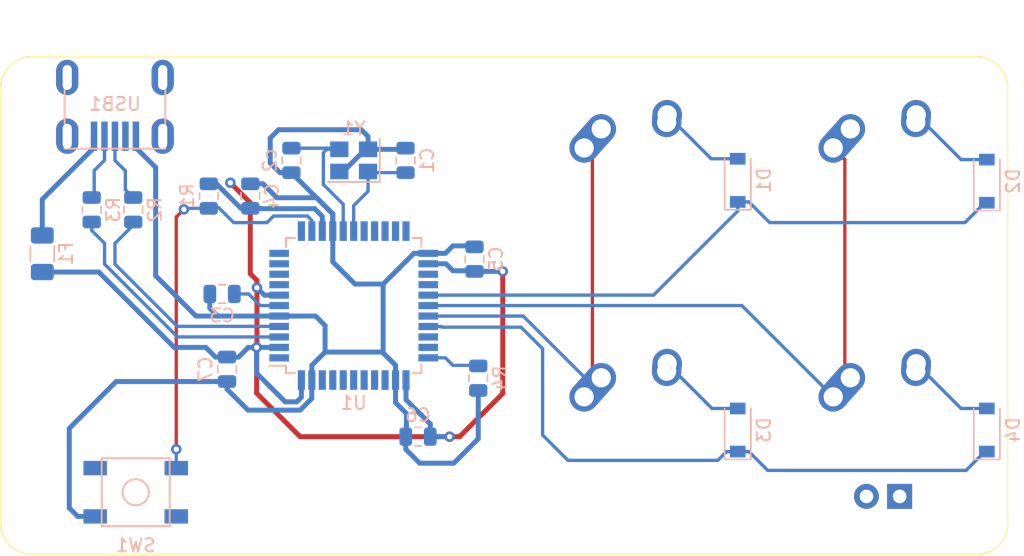
<source format=kicad_pcb>
(kicad_pcb (version 20171130) (host pcbnew "(5.1.4-0)")

  (general
    (thickness 1.6)
    (drawings 8)
    (tracks 229)
    (zones 0)
    (modules 24)
    (nets 45)
  )

  (page A4)
  (layers
    (0 F.Cu signal)
    (31 B.Cu signal)
    (32 B.Adhes user)
    (33 F.Adhes user)
    (34 B.Paste user)
    (35 F.Paste user)
    (36 B.SilkS user)
    (37 F.SilkS user)
    (38 B.Mask user)
    (39 F.Mask user)
    (40 Dwgs.User user)
    (41 Cmts.User user)
    (42 Eco1.User user)
    (43 Eco2.User user)
    (44 Edge.Cuts user)
    (45 Margin user)
    (46 B.CrtYd user)
    (47 F.CrtYd user)
    (48 B.Fab user)
    (49 F.Fab user)
  )

  (setup
    (last_trace_width 0.254)
    (trace_clearance 0.2)
    (zone_clearance 0.508)
    (zone_45_only no)
    (trace_min 0.2)
    (via_size 0.8)
    (via_drill 0.4)
    (via_min_size 0.4)
    (via_min_drill 0.3)
    (uvia_size 0.3)
    (uvia_drill 0.1)
    (uvias_allowed no)
    (uvia_min_size 0.2)
    (uvia_min_drill 0.1)
    (edge_width 0.05)
    (segment_width 0.2)
    (pcb_text_width 0.3)
    (pcb_text_size 1.5 1.5)
    (mod_edge_width 0.12)
    (mod_text_size 1 1)
    (mod_text_width 0.15)
    (pad_size 1.524 1.524)
    (pad_drill 0.762)
    (pad_to_mask_clearance 0.051)
    (solder_mask_min_width 0.25)
    (aux_axis_origin 0 0)
    (visible_elements FFFFEF7F)
    (pcbplotparams
      (layerselection 0x010fc_ffffffff)
      (usegerberextensions false)
      (usegerberattributes false)
      (usegerberadvancedattributes false)
      (creategerberjobfile false)
      (excludeedgelayer true)
      (linewidth 0.100000)
      (plotframeref false)
      (viasonmask false)
      (mode 1)
      (useauxorigin false)
      (hpglpennumber 1)
      (hpglpenspeed 20)
      (hpglpendiameter 15.000000)
      (psnegative false)
      (psa4output false)
      (plotreference true)
      (plotvalue true)
      (plotinvisibletext false)
      (padsonsilk false)
      (subtractmaskfromsilk false)
      (outputformat 1)
      (mirror false)
      (drillshape 1)
      (scaleselection 1)
      (outputdirectory ""))
  )

  (net 0 "")
  (net 1 GND)
  (net 2 +5V)
  (net 3 "Net-(D1-Pad2)")
  (net 4 ROW0)
  (net 5 "Net-(D2-Pad2)")
  (net 6 ROW1)
  (net 7 "Net-(D3-Pad2)")
  (net 8 "Net-(D4-Pad2)")
  (net 9 VCC)
  (net 10 COL0)
  (net 11 COL1)
  (net 12 D-)
  (net 13 D+)
  (net 14 "Net-(R2-Pad1)")
  (net 15 "Net-(R4-Pad2)")
  (net 16 "Net-(U1-Pad42)")
  (net 17 "Net-(U1-Pad41)")
  (net 18 "Net-(U1-Pad40)")
  (net 19 "Net-(U1-Pad39)")
  (net 20 "Net-(U1-Pad38)")
  (net 21 "Net-(U1-Pad37)")
  (net 22 "Net-(U1-Pad36)")
  (net 23 "Net-(U1-Pad32)")
  (net 24 "Net-(U1-Pad31)")
  (net 25 "Net-(U1-Pad26)")
  (net 26 "Net-(U1-Pad25)")
  (net 27 "Net-(U1-Pad22)")
  (net 28 "Net-(U1-Pad21)")
  (net 29 "Net-(U1-Pad20)")
  (net 30 "Net-(U1-Pad19)")
  (net 31 "Net-(U1-Pad18)")
  (net 32 "Net-(U1-Pad12)")
  (net 33 "Net-(U1-Pad11)")
  (net 34 "Net-(U1-Pad10)")
  (net 35 "Net-(U1-Pad9)")
  (net 36 "Net-(U1-Pad8)")
  (net 37 "Net-(U1-Pad1)")
  (net 38 "Net-(USB1-Pad6)")
  (net 39 "Net-(USB1-Pad2)")
  (net 40 "Net-(C1-Pad1)")
  (net 41 "Net-(U1-Pad16)")
  (net 42 "Net-(C3-Pad2)")
  (net 43 "Net-(R1-Pad2)")
  (net 44 "Net-(R3-Pad1)")

  (net_class Default "This is the default net class."
    (clearance 0.2)
    (trace_width 0.254)
    (via_dia 0.8)
    (via_drill 0.4)
    (uvia_dia 0.3)
    (uvia_drill 0.1)
    (add_net COL0)
    (add_net COL1)
    (add_net D+)
    (add_net D-)
    (add_net "Net-(C1-Pad1)")
    (add_net "Net-(C3-Pad2)")
    (add_net "Net-(D1-Pad2)")
    (add_net "Net-(D2-Pad2)")
    (add_net "Net-(D3-Pad2)")
    (add_net "Net-(D4-Pad2)")
    (add_net "Net-(R1-Pad2)")
    (add_net "Net-(R2-Pad1)")
    (add_net "Net-(R3-Pad1)")
    (add_net "Net-(R4-Pad2)")
    (add_net "Net-(U1-Pad1)")
    (add_net "Net-(U1-Pad10)")
    (add_net "Net-(U1-Pad11)")
    (add_net "Net-(U1-Pad12)")
    (add_net "Net-(U1-Pad16)")
    (add_net "Net-(U1-Pad18)")
    (add_net "Net-(U1-Pad19)")
    (add_net "Net-(U1-Pad20)")
    (add_net "Net-(U1-Pad21)")
    (add_net "Net-(U1-Pad22)")
    (add_net "Net-(U1-Pad25)")
    (add_net "Net-(U1-Pad26)")
    (add_net "Net-(U1-Pad31)")
    (add_net "Net-(U1-Pad32)")
    (add_net "Net-(U1-Pad36)")
    (add_net "Net-(U1-Pad37)")
    (add_net "Net-(U1-Pad38)")
    (add_net "Net-(U1-Pad39)")
    (add_net "Net-(U1-Pad40)")
    (add_net "Net-(U1-Pad41)")
    (add_net "Net-(U1-Pad42)")
    (add_net "Net-(U1-Pad8)")
    (add_net "Net-(U1-Pad9)")
    (add_net "Net-(USB1-Pad2)")
    (add_net "Net-(USB1-Pad6)")
    (add_net ROW0)
    (add_net ROW1)
  )

  (net_class Power ""
    (clearance 0.2)
    (trace_width 0.381)
    (via_dia 0.8)
    (via_drill 0.4)
    (uvia_dia 0.3)
    (uvia_drill 0.1)
    (add_net +5V)
    (add_net GND)
    (add_net VCC)
  )

  (module Crystal:Crystal_SMD_3225-4Pin_3.2x2.5mm (layer B.Cu) (tedit 5A0FD1B2) (tstamp 6169F2D0)
    (at 48.41875 68.2625 180)
    (descr "SMD Crystal SERIES SMD3225/4 http://www.txccrystal.com/images/pdf/7m-accuracy.pdf, 3.2x2.5mm^2 package")
    (tags "SMD SMT crystal")
    (path /616875D9)
    (attr smd)
    (fp_text reference Y1 (at 0 2.45) (layer B.SilkS)
      (effects (font (size 1 1) (thickness 0.15)) (justify mirror))
    )
    (fp_text value 16mHz (at 0 -2.45) (layer B.Fab)
      (effects (font (size 1 1) (thickness 0.15)) (justify mirror))
    )
    (fp_line (start 2.1 1.7) (end -2.1 1.7) (layer B.CrtYd) (width 0.05))
    (fp_line (start 2.1 -1.7) (end 2.1 1.7) (layer B.CrtYd) (width 0.05))
    (fp_line (start -2.1 -1.7) (end 2.1 -1.7) (layer B.CrtYd) (width 0.05))
    (fp_line (start -2.1 1.7) (end -2.1 -1.7) (layer B.CrtYd) (width 0.05))
    (fp_line (start -2 -1.65) (end 2 -1.65) (layer B.SilkS) (width 0.12))
    (fp_line (start -2 1.65) (end -2 -1.65) (layer B.SilkS) (width 0.12))
    (fp_line (start -1.6 -0.25) (end -0.6 -1.25) (layer B.Fab) (width 0.1))
    (fp_line (start 1.6 1.25) (end -1.6 1.25) (layer B.Fab) (width 0.1))
    (fp_line (start 1.6 -1.25) (end 1.6 1.25) (layer B.Fab) (width 0.1))
    (fp_line (start -1.6 -1.25) (end 1.6 -1.25) (layer B.Fab) (width 0.1))
    (fp_line (start -1.6 1.25) (end -1.6 -1.25) (layer B.Fab) (width 0.1))
    (fp_text user %R (at 0 0) (layer B.Fab)
      (effects (font (size 0.7 0.7) (thickness 0.105)) (justify mirror))
    )
    (pad 4 smd rect (at -1.1 0.85 180) (size 1.4 1.2) (layers B.Cu B.Paste B.Mask)
      (net 1 GND))
    (pad 3 smd rect (at 1.1 0.85 180) (size 1.4 1.2) (layers B.Cu B.Paste B.Mask)
      (net 41 "Net-(U1-Pad16)"))
    (pad 2 smd rect (at 1.1 -0.85 180) (size 1.4 1.2) (layers B.Cu B.Paste B.Mask)
      (net 1 GND))
    (pad 1 smd rect (at -1.1 -0.85 180) (size 1.4 1.2) (layers B.Cu B.Paste B.Mask)
      (net 40 "Net-(C1-Pad1)"))
    (model ${KISYS3DMOD}/Crystal.3dshapes/Crystal_SMD_3225-4Pin_3.2x2.5mm.wrl
      (at (xyz 0 0 0))
      (scale (xyz 1 1 1))
      (rotate (xyz 0 0 0))
    )
  )

  (module random-keyboard-parts:Molex-0548190589 (layer B.Cu) (tedit 5C494815) (tstamp 61690887)
    (at 30.1625 61.9125 270)
    (path /6168BC3A)
    (attr smd)
    (fp_text reference USB1 (at 2.032 0) (layer B.SilkS)
      (effects (font (size 1 1) (thickness 0.15)) (justify mirror))
    )
    (fp_text value Molex-0548190589 (at -5.08 0) (layer Dwgs.User)
      (effects (font (size 1 1) (thickness 0.15)))
    )
    (fp_text user %R (at 2 0) (layer B.CrtYd)
      (effects (font (size 1 1) (thickness 0.15)) (justify mirror))
    )
    (fp_line (start 3.25 1.25) (end 5.5 1.25) (layer B.CrtYd) (width 0.15))
    (fp_line (start 5.5 0.5) (end 3.25 0.5) (layer B.CrtYd) (width 0.15))
    (fp_line (start 3.25 -0.5) (end 5.5 -0.5) (layer B.CrtYd) (width 0.15))
    (fp_line (start 5.5 -1.25) (end 3.25 -1.25) (layer B.CrtYd) (width 0.15))
    (fp_line (start 3.25 -2) (end 5.5 -2) (layer B.CrtYd) (width 0.15))
    (fp_line (start 3.25 2) (end 3.25 -2) (layer B.CrtYd) (width 0.15))
    (fp_line (start 5.5 2) (end 3.25 2) (layer B.CrtYd) (width 0.15))
    (fp_line (start -3.75 -3.75) (end -3.75 3.75) (layer B.CrtYd) (width 0.15))
    (fp_line (start 5.5 -3.75) (end -3.75 -3.75) (layer B.CrtYd) (width 0.15))
    (fp_line (start 5.5 3.75) (end 5.5 -3.75) (layer B.CrtYd) (width 0.15))
    (fp_line (start -3.75 3.75) (end 5.5 3.75) (layer B.CrtYd) (width 0.15))
    (fp_line (start 0 3.85) (end 5.45 3.85) (layer B.SilkS) (width 0.15))
    (fp_line (start 0 -3.85) (end 5.45 -3.85) (layer B.SilkS) (width 0.15))
    (fp_line (start 5.45 3.85) (end 5.45 -3.85) (layer B.SilkS) (width 0.15))
    (fp_line (start -3.75 3.85) (end 0 3.85) (layer Dwgs.User) (width 0.15))
    (fp_line (start -3.75 -3.85) (end 0 -3.85) (layer Dwgs.User) (width 0.15))
    (fp_line (start -1.75 4.572) (end -1.75 -4.572) (layer Dwgs.User) (width 0.15))
    (fp_line (start -3.75 3.85) (end -3.75 -3.85) (layer Dwgs.User) (width 0.15))
    (pad 6 thru_hole oval (at 0 3.65 270) (size 2.7 1.7) (drill oval 1.9 0.7) (layers *.Cu *.Mask)
      (net 38 "Net-(USB1-Pad6)"))
    (pad 6 thru_hole oval (at 0 -3.65 270) (size 2.7 1.7) (drill oval 1.9 0.7) (layers *.Cu *.Mask)
      (net 38 "Net-(USB1-Pad6)"))
    (pad 6 thru_hole oval (at 4.5 -3.65 270) (size 2.7 1.7) (drill oval 1.9 0.7) (layers *.Cu *.Mask)
      (net 38 "Net-(USB1-Pad6)"))
    (pad 6 thru_hole oval (at 4.5 3.65 270) (size 2.7 1.7) (drill oval 1.9 0.7) (layers *.Cu *.Mask)
      (net 38 "Net-(USB1-Pad6)"))
    (pad 5 smd rect (at 4.5 1.6 270) (size 2.25 0.5) (layers B.Cu B.Paste B.Mask)
      (net 9 VCC))
    (pad 4 smd rect (at 4.5 0.8 270) (size 2.25 0.5) (layers B.Cu B.Paste B.Mask)
      (net 12 D-))
    (pad 3 smd rect (at 4.5 0 270) (size 2.25 0.5) (layers B.Cu B.Paste B.Mask)
      (net 13 D+))
    (pad 2 smd rect (at 4.5 -0.8 270) (size 2.25 0.5) (layers B.Cu B.Paste B.Mask)
      (net 39 "Net-(USB1-Pad2)"))
    (pad 1 smd rect (at 4.5 -1.6 270) (size 2.25 0.5) (layers B.Cu B.Paste B.Mask)
      (net 1 GND))
  )

  (module Package_QFP:TQFP-44_10x10mm_P0.8mm (layer B.Cu) (tedit 5A02F146) (tstamp 61695B32)
    (at 48.41875 79.375)
    (descr "44-Lead Plastic Thin Quad Flatpack (PT) - 10x10x1.0 mm Body [TQFP] (see Microchip Packaging Specification 00000049BS.pdf)")
    (tags "QFP 0.8")
    (path /616762F0)
    (attr smd)
    (fp_text reference U1 (at 0 7.45) (layer B.SilkS)
      (effects (font (size 1 1) (thickness 0.15)) (justify mirror))
    )
    (fp_text value ATmega32U4-AU (at 0 -7.45) (layer B.Fab)
      (effects (font (size 1 1) (thickness 0.15)) (justify mirror))
    )
    (fp_line (start -5.175 4.6) (end -6.45 4.6) (layer B.SilkS) (width 0.15))
    (fp_line (start 5.175 5.175) (end 4.5 5.175) (layer B.SilkS) (width 0.15))
    (fp_line (start 5.175 -5.175) (end 4.5 -5.175) (layer B.SilkS) (width 0.15))
    (fp_line (start -5.175 -5.175) (end -4.5 -5.175) (layer B.SilkS) (width 0.15))
    (fp_line (start -5.175 5.175) (end -4.5 5.175) (layer B.SilkS) (width 0.15))
    (fp_line (start -5.175 -5.175) (end -5.175 -4.5) (layer B.SilkS) (width 0.15))
    (fp_line (start 5.175 -5.175) (end 5.175 -4.5) (layer B.SilkS) (width 0.15))
    (fp_line (start 5.175 5.175) (end 5.175 4.5) (layer B.SilkS) (width 0.15))
    (fp_line (start -5.175 5.175) (end -5.175 4.6) (layer B.SilkS) (width 0.15))
    (fp_line (start -6.7 -6.7) (end 6.7 -6.7) (layer B.CrtYd) (width 0.05))
    (fp_line (start -6.7 6.7) (end 6.7 6.7) (layer B.CrtYd) (width 0.05))
    (fp_line (start 6.7 6.7) (end 6.7 -6.7) (layer B.CrtYd) (width 0.05))
    (fp_line (start -6.7 6.7) (end -6.7 -6.7) (layer B.CrtYd) (width 0.05))
    (fp_line (start -5 4) (end -4 5) (layer B.Fab) (width 0.15))
    (fp_line (start -5 -5) (end -5 4) (layer B.Fab) (width 0.15))
    (fp_line (start 5 -5) (end -5 -5) (layer B.Fab) (width 0.15))
    (fp_line (start 5 5) (end 5 -5) (layer B.Fab) (width 0.15))
    (fp_line (start -4 5) (end 5 5) (layer B.Fab) (width 0.15))
    (fp_text user %R (at 0 0) (layer B.Fab)
      (effects (font (size 1 1) (thickness 0.15)) (justify mirror))
    )
    (pad 44 smd rect (at -4 5.7 270) (size 1.5 0.55) (layers B.Cu B.Paste B.Mask)
      (net 2 +5V))
    (pad 43 smd rect (at -3.2 5.7 270) (size 1.5 0.55) (layers B.Cu B.Paste B.Mask)
      (net 1 GND))
    (pad 42 smd rect (at -2.4 5.7 270) (size 1.5 0.55) (layers B.Cu B.Paste B.Mask)
      (net 16 "Net-(U1-Pad42)"))
    (pad 41 smd rect (at -1.6 5.7 270) (size 1.5 0.55) (layers B.Cu B.Paste B.Mask)
      (net 17 "Net-(U1-Pad41)"))
    (pad 40 smd rect (at -0.8 5.7 270) (size 1.5 0.55) (layers B.Cu B.Paste B.Mask)
      (net 18 "Net-(U1-Pad40)"))
    (pad 39 smd rect (at 0 5.7 270) (size 1.5 0.55) (layers B.Cu B.Paste B.Mask)
      (net 19 "Net-(U1-Pad39)"))
    (pad 38 smd rect (at 0.8 5.7 270) (size 1.5 0.55) (layers B.Cu B.Paste B.Mask)
      (net 20 "Net-(U1-Pad38)"))
    (pad 37 smd rect (at 1.6 5.7 270) (size 1.5 0.55) (layers B.Cu B.Paste B.Mask)
      (net 21 "Net-(U1-Pad37)"))
    (pad 36 smd rect (at 2.4 5.7 270) (size 1.5 0.55) (layers B.Cu B.Paste B.Mask)
      (net 22 "Net-(U1-Pad36)"))
    (pad 35 smd rect (at 3.2 5.7 270) (size 1.5 0.55) (layers B.Cu B.Paste B.Mask)
      (net 1 GND))
    (pad 34 smd rect (at 4 5.7 270) (size 1.5 0.55) (layers B.Cu B.Paste B.Mask)
      (net 2 +5V))
    (pad 33 smd rect (at 5.7 4) (size 1.5 0.55) (layers B.Cu B.Paste B.Mask)
      (net 15 "Net-(R4-Pad2)"))
    (pad 32 smd rect (at 5.7 3.2) (size 1.5 0.55) (layers B.Cu B.Paste B.Mask)
      (net 23 "Net-(U1-Pad32)"))
    (pad 31 smd rect (at 5.7 2.4) (size 1.5 0.55) (layers B.Cu B.Paste B.Mask)
      (net 24 "Net-(U1-Pad31)"))
    (pad 30 smd rect (at 5.7 1.6) (size 1.5 0.55) (layers B.Cu B.Paste B.Mask)
      (net 6 ROW1))
    (pad 29 smd rect (at 5.7 0.8) (size 1.5 0.55) (layers B.Cu B.Paste B.Mask)
      (net 10 COL0))
    (pad 28 smd rect (at 5.7 0) (size 1.5 0.55) (layers B.Cu B.Paste B.Mask)
      (net 11 COL1))
    (pad 27 smd rect (at 5.7 -0.8) (size 1.5 0.55) (layers B.Cu B.Paste B.Mask)
      (net 4 ROW0))
    (pad 26 smd rect (at 5.7 -1.6) (size 1.5 0.55) (layers B.Cu B.Paste B.Mask)
      (net 25 "Net-(U1-Pad26)"))
    (pad 25 smd rect (at 5.7 -2.4) (size 1.5 0.55) (layers B.Cu B.Paste B.Mask)
      (net 26 "Net-(U1-Pad25)"))
    (pad 24 smd rect (at 5.7 -3.2) (size 1.5 0.55) (layers B.Cu B.Paste B.Mask)
      (net 2 +5V))
    (pad 23 smd rect (at 5.7 -4) (size 1.5 0.55) (layers B.Cu B.Paste B.Mask)
      (net 1 GND))
    (pad 22 smd rect (at 4 -5.7 270) (size 1.5 0.55) (layers B.Cu B.Paste B.Mask)
      (net 27 "Net-(U1-Pad22)"))
    (pad 21 smd rect (at 3.2 -5.7 270) (size 1.5 0.55) (layers B.Cu B.Paste B.Mask)
      (net 28 "Net-(U1-Pad21)"))
    (pad 20 smd rect (at 2.4 -5.7 270) (size 1.5 0.55) (layers B.Cu B.Paste B.Mask)
      (net 29 "Net-(U1-Pad20)"))
    (pad 19 smd rect (at 1.6 -5.7 270) (size 1.5 0.55) (layers B.Cu B.Paste B.Mask)
      (net 30 "Net-(U1-Pad19)"))
    (pad 18 smd rect (at 0.8 -5.7 270) (size 1.5 0.55) (layers B.Cu B.Paste B.Mask)
      (net 31 "Net-(U1-Pad18)"))
    (pad 17 smd rect (at 0 -5.7 270) (size 1.5 0.55) (layers B.Cu B.Paste B.Mask)
      (net 40 "Net-(C1-Pad1)"))
    (pad 16 smd rect (at -0.8 -5.7 270) (size 1.5 0.55) (layers B.Cu B.Paste B.Mask)
      (net 41 "Net-(U1-Pad16)"))
    (pad 15 smd rect (at -1.6 -5.7 270) (size 1.5 0.55) (layers B.Cu B.Paste B.Mask)
      (net 1 GND))
    (pad 14 smd rect (at -2.4 -5.7 270) (size 1.5 0.55) (layers B.Cu B.Paste B.Mask)
      (net 2 +5V))
    (pad 13 smd rect (at -3.2 -5.7 270) (size 1.5 0.55) (layers B.Cu B.Paste B.Mask)
      (net 43 "Net-(R1-Pad2)"))
    (pad 12 smd rect (at -4 -5.7 270) (size 1.5 0.55) (layers B.Cu B.Paste B.Mask)
      (net 32 "Net-(U1-Pad12)"))
    (pad 11 smd rect (at -5.7 -4) (size 1.5 0.55) (layers B.Cu B.Paste B.Mask)
      (net 33 "Net-(U1-Pad11)"))
    (pad 10 smd rect (at -5.7 -3.2) (size 1.5 0.55) (layers B.Cu B.Paste B.Mask)
      (net 34 "Net-(U1-Pad10)"))
    (pad 9 smd rect (at -5.7 -2.4) (size 1.5 0.55) (layers B.Cu B.Paste B.Mask)
      (net 35 "Net-(U1-Pad9)"))
    (pad 8 smd rect (at -5.7 -1.6) (size 1.5 0.55) (layers B.Cu B.Paste B.Mask)
      (net 36 "Net-(U1-Pad8)"))
    (pad 7 smd rect (at -5.7 -0.8) (size 1.5 0.55) (layers B.Cu B.Paste B.Mask)
      (net 2 +5V))
    (pad 6 smd rect (at -5.7 0) (size 1.5 0.55) (layers B.Cu B.Paste B.Mask)
      (net 42 "Net-(C3-Pad2)"))
    (pad 5 smd rect (at -5.7 0.8) (size 1.5 0.55) (layers B.Cu B.Paste B.Mask)
      (net 1 GND))
    (pad 4 smd rect (at -5.7 1.6) (size 1.5 0.55) (layers B.Cu B.Paste B.Mask)
      (net 14 "Net-(R2-Pad1)"))
    (pad 3 smd rect (at -5.7 2.4) (size 1.5 0.55) (layers B.Cu B.Paste B.Mask)
      (net 44 "Net-(R3-Pad1)"))
    (pad 2 smd rect (at -5.7 3.2) (size 1.5 0.55) (layers B.Cu B.Paste B.Mask)
      (net 2 +5V))
    (pad 1 smd rect (at -5.7 4) (size 1.5 0.55) (layers B.Cu B.Paste B.Mask)
      (net 37 "Net-(U1-Pad1)"))
    (model ${KISYS3DMOD}/Package_QFP.3dshapes/TQFP-44_10x10mm_P0.8mm.wrl
      (at (xyz 0 0 0))
      (scale (xyz 1 1 1))
      (rotate (xyz 0 0 0))
    )
  )

  (module random-keyboard-parts:SKQG-1155865 (layer B.Cu) (tedit 5E62B398) (tstamp 61690824)
    (at 31.75 93.6625 180)
    (path /61692600)
    (attr smd)
    (fp_text reference SW1 (at 0 -4.064) (layer B.SilkS)
      (effects (font (size 1 1) (thickness 0.15)) (justify mirror))
    )
    (fp_text value SW_Push (at 0 4.064) (layer B.Fab)
      (effects (font (size 1 1) (thickness 0.15)) (justify mirror))
    )
    (fp_line (start -2.6 2.6) (end 2.6 2.6) (layer B.SilkS) (width 0.15))
    (fp_line (start 2.6 2.6) (end 2.6 -2.6) (layer B.SilkS) (width 0.15))
    (fp_line (start 2.6 -2.6) (end -2.6 -2.6) (layer B.SilkS) (width 0.15))
    (fp_line (start -2.6 -2.6) (end -2.6 2.6) (layer B.SilkS) (width 0.15))
    (fp_circle (center 0 0) (end 1 0) (layer B.SilkS) (width 0.15))
    (fp_line (start -4.2 2.6) (end 4.2 2.6) (layer B.Fab) (width 0.15))
    (fp_line (start 4.2 2.6) (end 4.2 1.2) (layer B.Fab) (width 0.15))
    (fp_line (start 4.2 1.1) (end 2.6 1.1) (layer B.Fab) (width 0.15))
    (fp_line (start 2.6 1.1) (end 2.6 -1.1) (layer B.Fab) (width 0.15))
    (fp_line (start 2.6 -1.1) (end 4.2 -1.1) (layer B.Fab) (width 0.15))
    (fp_line (start 4.2 -1.1) (end 4.2 -2.6) (layer B.Fab) (width 0.15))
    (fp_line (start 4.2 -2.6) (end -4.2 -2.6) (layer B.Fab) (width 0.15))
    (fp_line (start -4.2 -2.6) (end -4.2 -1.1) (layer B.Fab) (width 0.15))
    (fp_line (start -4.2 -1.1) (end -2.6 -1.1) (layer B.Fab) (width 0.15))
    (fp_line (start -2.6 -1.1) (end -2.6 1.1) (layer B.Fab) (width 0.15))
    (fp_line (start -2.6 1.1) (end -4.2 1.1) (layer B.Fab) (width 0.15))
    (fp_line (start -4.2 1.1) (end -4.2 2.6) (layer B.Fab) (width 0.15))
    (fp_circle (center 0 0) (end 1 0) (layer B.Fab) (width 0.15))
    (fp_line (start -2.6 1.1) (end -1.1 2.6) (layer B.Fab) (width 0.15))
    (fp_line (start 2.6 1.1) (end 1.1 2.6) (layer B.Fab) (width 0.15))
    (fp_line (start 2.6 -1.1) (end 1.1 -2.6) (layer B.Fab) (width 0.15))
    (fp_line (start -2.6 -1.1) (end -1.1 -2.6) (layer B.Fab) (width 0.15))
    (pad 4 smd rect (at -3.1 -1.85 180) (size 1.8 1.1) (layers B.Cu B.Paste B.Mask))
    (pad 3 smd rect (at 3.1 1.85 180) (size 1.8 1.1) (layers B.Cu B.Paste B.Mask))
    (pad 2 smd rect (at -3.1 1.85 180) (size 1.8 1.1) (layers B.Cu B.Paste B.Mask)
      (net 43 "Net-(R1-Pad2)"))
    (pad 1 smd rect (at 3.1 -1.85 180) (size 1.8 1.1) (layers B.Cu B.Paste B.Mask)
      (net 1 GND))
    (model ${KISYS3DMOD}/Button_Switch_SMD.3dshapes/SW_SPST_TL3342.step
      (at (xyz 0 0 0))
      (scale (xyz 1 1 1))
      (rotate (xyz 0 0 0))
    )
  )

  (module Resistor_SMD:R_0805_2012Metric (layer B.Cu) (tedit 5B36C52B) (tstamp 61695604)
    (at 57.94375 84.93125 90)
    (descr "Resistor SMD 0805 (2012 Metric), square (rectangular) end terminal, IPC_7351 nominal, (Body size source: https://docs.google.com/spreadsheets/d/1BsfQQcO9C6DZCsRaXUlFlo91Tg2WpOkGARC1WS5S8t0/edit?usp=sharing), generated with kicad-footprint-generator")
    (tags resistor)
    (path /6167D378)
    (attr smd)
    (fp_text reference R4 (at 0 1.65 270) (layer B.SilkS)
      (effects (font (size 1 1) (thickness 0.15)) (justify mirror))
    )
    (fp_text value 10k (at 0 -1.65 270) (layer B.Fab)
      (effects (font (size 1 1) (thickness 0.15)) (justify mirror))
    )
    (fp_text user %R (at 0 0 270) (layer B.Fab)
      (effects (font (size 0.5 0.5) (thickness 0.08)) (justify mirror))
    )
    (fp_line (start 1.68 -0.95) (end -1.68 -0.95) (layer B.CrtYd) (width 0.05))
    (fp_line (start 1.68 0.95) (end 1.68 -0.95) (layer B.CrtYd) (width 0.05))
    (fp_line (start -1.68 0.95) (end 1.68 0.95) (layer B.CrtYd) (width 0.05))
    (fp_line (start -1.68 -0.95) (end -1.68 0.95) (layer B.CrtYd) (width 0.05))
    (fp_line (start -0.258578 -0.71) (end 0.258578 -0.71) (layer B.SilkS) (width 0.12))
    (fp_line (start -0.258578 0.71) (end 0.258578 0.71) (layer B.SilkS) (width 0.12))
    (fp_line (start 1 -0.6) (end -1 -0.6) (layer B.Fab) (width 0.1))
    (fp_line (start 1 0.6) (end 1 -0.6) (layer B.Fab) (width 0.1))
    (fp_line (start -1 0.6) (end 1 0.6) (layer B.Fab) (width 0.1))
    (fp_line (start -1 -0.6) (end -1 0.6) (layer B.Fab) (width 0.1))
    (pad 2 smd roundrect (at 0.9375 0 90) (size 0.975 1.4) (layers B.Cu B.Paste B.Mask) (roundrect_rratio 0.25)
      (net 15 "Net-(R4-Pad2)"))
    (pad 1 smd roundrect (at -0.9375 0 90) (size 0.975 1.4) (layers B.Cu B.Paste B.Mask) (roundrect_rratio 0.25)
      (net 1 GND))
    (model ${KISYS3DMOD}/Resistor_SMD.3dshapes/R_0805_2012Metric.wrl
      (at (xyz 0 0 0))
      (scale (xyz 1 1 1))
      (rotate (xyz 0 0 0))
    )
  )

  (module Resistor_SMD:R_0805_2012Metric (layer B.Cu) (tedit 5B36C52B) (tstamp 61695AD0)
    (at 37.338 70.993 270)
    (descr "Resistor SMD 0805 (2012 Metric), square (rectangular) end terminal, IPC_7351 nominal, (Body size source: https://docs.google.com/spreadsheets/d/1BsfQQcO9C6DZCsRaXUlFlo91Tg2WpOkGARC1WS5S8t0/edit?usp=sharing), generated with kicad-footprint-generator")
    (tags resistor)
    (path /61694BD5)
    (attr smd)
    (fp_text reference R1 (at 0 1.65 270) (layer B.SilkS)
      (effects (font (size 1 1) (thickness 0.15)) (justify mirror))
    )
    (fp_text value 10k (at 0 -1.65 270) (layer B.Fab)
      (effects (font (size 1 1) (thickness 0.15)) (justify mirror))
    )
    (fp_text user %R (at 0 0 270) (layer B.Fab)
      (effects (font (size 0.5 0.5) (thickness 0.08)) (justify mirror))
    )
    (fp_line (start 1.68 -0.95) (end -1.68 -0.95) (layer B.CrtYd) (width 0.05))
    (fp_line (start 1.68 0.95) (end 1.68 -0.95) (layer B.CrtYd) (width 0.05))
    (fp_line (start -1.68 0.95) (end 1.68 0.95) (layer B.CrtYd) (width 0.05))
    (fp_line (start -1.68 -0.95) (end -1.68 0.95) (layer B.CrtYd) (width 0.05))
    (fp_line (start -0.258578 -0.71) (end 0.258578 -0.71) (layer B.SilkS) (width 0.12))
    (fp_line (start -0.258578 0.71) (end 0.258578 0.71) (layer B.SilkS) (width 0.12))
    (fp_line (start 1 -0.6) (end -1 -0.6) (layer B.Fab) (width 0.1))
    (fp_line (start 1 0.6) (end 1 -0.6) (layer B.Fab) (width 0.1))
    (fp_line (start -1 0.6) (end 1 0.6) (layer B.Fab) (width 0.1))
    (fp_line (start -1 -0.6) (end -1 0.6) (layer B.Fab) (width 0.1))
    (pad 2 smd roundrect (at 0.9375 0 270) (size 0.975 1.4) (layers B.Cu B.Paste B.Mask) (roundrect_rratio 0.25)
      (net 43 "Net-(R1-Pad2)"))
    (pad 1 smd roundrect (at -0.9375 0 270) (size 0.975 1.4) (layers B.Cu B.Paste B.Mask) (roundrect_rratio 0.25)
      (net 2 +5V))
    (model ${KISYS3DMOD}/Resistor_SMD.3dshapes/R_0805_2012Metric.wrl
      (at (xyz 0 0 0))
      (scale (xyz 1 1 1))
      (rotate (xyz 0 0 0))
    )
  )

  (module Resistor_SMD:R_0805_2012Metric (layer B.Cu) (tedit 5B36C52B) (tstamp 616907E4)
    (at 31.5595 72.04075 90)
    (descr "Resistor SMD 0805 (2012 Metric), square (rectangular) end terminal, IPC_7351 nominal, (Body size source: https://docs.google.com/spreadsheets/d/1BsfQQcO9C6DZCsRaXUlFlo91Tg2WpOkGARC1WS5S8t0/edit?usp=sharing), generated with kicad-footprint-generator")
    (tags resistor)
    (path /6167E62D)
    (attr smd)
    (fp_text reference R2 (at 0 1.65 270) (layer B.SilkS)
      (effects (font (size 1 1) (thickness 0.15)) (justify mirror))
    )
    (fp_text value 22 (at 0 -1.65 270) (layer B.Fab)
      (effects (font (size 1 1) (thickness 0.15)) (justify mirror))
    )
    (fp_text user %R (at 0 0 270) (layer B.Fab)
      (effects (font (size 0.5 0.5) (thickness 0.08)) (justify mirror))
    )
    (fp_line (start 1.68 -0.95) (end -1.68 -0.95) (layer B.CrtYd) (width 0.05))
    (fp_line (start 1.68 0.95) (end 1.68 -0.95) (layer B.CrtYd) (width 0.05))
    (fp_line (start -1.68 0.95) (end 1.68 0.95) (layer B.CrtYd) (width 0.05))
    (fp_line (start -1.68 -0.95) (end -1.68 0.95) (layer B.CrtYd) (width 0.05))
    (fp_line (start -0.258578 -0.71) (end 0.258578 -0.71) (layer B.SilkS) (width 0.12))
    (fp_line (start -0.258578 0.71) (end 0.258578 0.71) (layer B.SilkS) (width 0.12))
    (fp_line (start 1 -0.6) (end -1 -0.6) (layer B.Fab) (width 0.1))
    (fp_line (start 1 0.6) (end 1 -0.6) (layer B.Fab) (width 0.1))
    (fp_line (start -1 0.6) (end 1 0.6) (layer B.Fab) (width 0.1))
    (fp_line (start -1 -0.6) (end -1 0.6) (layer B.Fab) (width 0.1))
    (pad 2 smd roundrect (at 0.9375 0 90) (size 0.975 1.4) (layers B.Cu B.Paste B.Mask) (roundrect_rratio 0.25)
      (net 13 D+))
    (pad 1 smd roundrect (at -0.9375 0 90) (size 0.975 1.4) (layers B.Cu B.Paste B.Mask) (roundrect_rratio 0.25)
      (net 14 "Net-(R2-Pad1)"))
    (model ${KISYS3DMOD}/Resistor_SMD.3dshapes/R_0805_2012Metric.wrl
      (at (xyz 0 0 0))
      (scale (xyz 1 1 1))
      (rotate (xyz 0 0 0))
    )
  )

  (module Resistor_SMD:R_0805_2012Metric (layer B.Cu) (tedit 5B36C52B) (tstamp 616907D3)
    (at 28.3845 72.04075 90)
    (descr "Resistor SMD 0805 (2012 Metric), square (rectangular) end terminal, IPC_7351 nominal, (Body size source: https://docs.google.com/spreadsheets/d/1BsfQQcO9C6DZCsRaXUlFlo91Tg2WpOkGARC1WS5S8t0/edit?usp=sharing), generated with kicad-footprint-generator")
    (tags resistor)
    (path /6167ECE6)
    (attr smd)
    (fp_text reference R3 (at 0 1.65 90) (layer B.SilkS)
      (effects (font (size 1 1) (thickness 0.15)) (justify mirror))
    )
    (fp_text value 22 (at 0 -1.65 90) (layer B.Fab)
      (effects (font (size 1 1) (thickness 0.15)) (justify mirror))
    )
    (fp_text user %R (at 0 0 90) (layer B.Fab)
      (effects (font (size 0.5 0.5) (thickness 0.08)) (justify mirror))
    )
    (fp_line (start 1.68 -0.95) (end -1.68 -0.95) (layer B.CrtYd) (width 0.05))
    (fp_line (start 1.68 0.95) (end 1.68 -0.95) (layer B.CrtYd) (width 0.05))
    (fp_line (start -1.68 0.95) (end 1.68 0.95) (layer B.CrtYd) (width 0.05))
    (fp_line (start -1.68 -0.95) (end -1.68 0.95) (layer B.CrtYd) (width 0.05))
    (fp_line (start -0.258578 -0.71) (end 0.258578 -0.71) (layer B.SilkS) (width 0.12))
    (fp_line (start -0.258578 0.71) (end 0.258578 0.71) (layer B.SilkS) (width 0.12))
    (fp_line (start 1 -0.6) (end -1 -0.6) (layer B.Fab) (width 0.1))
    (fp_line (start 1 0.6) (end 1 -0.6) (layer B.Fab) (width 0.1))
    (fp_line (start -1 0.6) (end 1 0.6) (layer B.Fab) (width 0.1))
    (fp_line (start -1 -0.6) (end -1 0.6) (layer B.Fab) (width 0.1))
    (pad 2 smd roundrect (at 0.9375 0 90) (size 0.975 1.4) (layers B.Cu B.Paste B.Mask) (roundrect_rratio 0.25)
      (net 12 D-))
    (pad 1 smd roundrect (at -0.9375 0 90) (size 0.975 1.4) (layers B.Cu B.Paste B.Mask) (roundrect_rratio 0.25)
      (net 44 "Net-(R3-Pad1)"))
    (model ${KISYS3DMOD}/Resistor_SMD.3dshapes/R_0805_2012Metric.wrl
      (at (xyz 0 0 0))
      (scale (xyz 1 1 1))
      (rotate (xyz 0 0 0))
    )
  )

  (module MX_Alps_Hybrid:MX-1U (layer F.Cu) (tedit 5A9F3A9A) (tstamp 616907C2)
    (at 88.9 88.9)
    (path /6169FDE1)
    (fp_text reference MX4 (at 0 3.175) (layer Dwgs.User)
      (effects (font (size 1 1) (thickness 0.15)))
    )
    (fp_text value MX-NoLED (at 0 -7.9375) (layer Dwgs.User)
      (effects (font (size 1 1) (thickness 0.15)))
    )
    (fp_line (start -9.525 9.525) (end -9.525 -9.525) (layer Dwgs.User) (width 0.15))
    (fp_line (start 9.525 9.525) (end -9.525 9.525) (layer Dwgs.User) (width 0.15))
    (fp_line (start 9.525 -9.525) (end 9.525 9.525) (layer Dwgs.User) (width 0.15))
    (fp_line (start -9.525 -9.525) (end 9.525 -9.525) (layer Dwgs.User) (width 0.15))
    (fp_line (start -7 -7) (end -7 -5) (layer Dwgs.User) (width 0.15))
    (fp_line (start -5 -7) (end -7 -7) (layer Dwgs.User) (width 0.15))
    (fp_line (start -7 7) (end -5 7) (layer Dwgs.User) (width 0.15))
    (fp_line (start -7 5) (end -7 7) (layer Dwgs.User) (width 0.15))
    (fp_line (start 7 7) (end 7 5) (layer Dwgs.User) (width 0.15))
    (fp_line (start 5 7) (end 7 7) (layer Dwgs.User) (width 0.15))
    (fp_line (start 7 -7) (end 7 -5) (layer Dwgs.User) (width 0.15))
    (fp_line (start 5 -7) (end 7 -7) (layer Dwgs.User) (width 0.15))
    (pad "" np_thru_hole circle (at 5.08 0 48.0996) (size 1.75 1.75) (drill 1.75) (layers *.Cu *.Mask))
    (pad "" np_thru_hole circle (at -5.08 0 48.0996) (size 1.75 1.75) (drill 1.75) (layers *.Cu *.Mask))
    (pad 4 thru_hole rect (at 1.27 5.08) (size 1.905 1.905) (drill 1.04) (layers *.Cu B.Mask))
    (pad 3 thru_hole circle (at -1.27 5.08) (size 1.905 1.905) (drill 1.04) (layers *.Cu B.Mask))
    (pad 1 thru_hole circle (at -2.5 -4) (size 2.25 2.25) (drill 1.47) (layers *.Cu B.Mask)
      (net 11 COL1))
    (pad "" np_thru_hole circle (at 0 0) (size 3.9878 3.9878) (drill 3.9878) (layers *.Cu *.Mask))
    (pad 1 thru_hole oval (at -3.81 -2.54 48.0996) (size 4.211556 2.25) (drill 1.47 (offset 0.980778 0)) (layers *.Cu B.Mask)
      (net 11 COL1))
    (pad 2 thru_hole circle (at 2.54 -5.08) (size 2.25 2.25) (drill 1.47) (layers *.Cu B.Mask)
      (net 8 "Net-(D4-Pad2)"))
    (pad 2 thru_hole oval (at 2.5 -4.5 86.0548) (size 2.831378 2.25) (drill 1.47 (offset 0.290689 0)) (layers *.Cu B.Mask)
      (net 8 "Net-(D4-Pad2)"))
  )

  (module MX_Alps_Hybrid:MX-1U-NoLED (layer F.Cu) (tedit 5A9F5203) (tstamp 61690B86)
    (at 69.85 88.9)
    (path /6169C9CB)
    (fp_text reference MX3 (at 0 3.175) (layer Dwgs.User)
      (effects (font (size 1 1) (thickness 0.15)))
    )
    (fp_text value MX-NoLED (at 0 -7.9375) (layer Dwgs.User)
      (effects (font (size 1 1) (thickness 0.15)))
    )
    (fp_line (start -9.525 9.525) (end -9.525 -9.525) (layer Dwgs.User) (width 0.15))
    (fp_line (start 9.525 9.525) (end -9.525 9.525) (layer Dwgs.User) (width 0.15))
    (fp_line (start 9.525 -9.525) (end 9.525 9.525) (layer Dwgs.User) (width 0.15))
    (fp_line (start -9.525 -9.525) (end 9.525 -9.525) (layer Dwgs.User) (width 0.15))
    (fp_line (start -7 -7) (end -7 -5) (layer Dwgs.User) (width 0.15))
    (fp_line (start -5 -7) (end -7 -7) (layer Dwgs.User) (width 0.15))
    (fp_line (start -7 7) (end -5 7) (layer Dwgs.User) (width 0.15))
    (fp_line (start -7 5) (end -7 7) (layer Dwgs.User) (width 0.15))
    (fp_line (start 7 7) (end 7 5) (layer Dwgs.User) (width 0.15))
    (fp_line (start 5 7) (end 7 7) (layer Dwgs.User) (width 0.15))
    (fp_line (start 7 -7) (end 7 -5) (layer Dwgs.User) (width 0.15))
    (fp_line (start 5 -7) (end 7 -7) (layer Dwgs.User) (width 0.15))
    (pad "" np_thru_hole circle (at 5.08 0 48.0996) (size 1.75 1.75) (drill 1.75) (layers *.Cu *.Mask))
    (pad "" np_thru_hole circle (at -5.08 0 48.0996) (size 1.75 1.75) (drill 1.75) (layers *.Cu *.Mask))
    (pad 1 thru_hole circle (at -2.5 -4) (size 2.25 2.25) (drill 1.47) (layers *.Cu B.Mask)
      (net 10 COL0))
    (pad "" np_thru_hole circle (at 0 0) (size 3.9878 3.9878) (drill 3.9878) (layers *.Cu *.Mask))
    (pad 1 thru_hole oval (at -3.81 -2.54 48.0996) (size 4.211556 2.25) (drill 1.47 (offset 0.980778 0)) (layers *.Cu B.Mask)
      (net 10 COL0))
    (pad 2 thru_hole circle (at 2.54 -5.08) (size 2.25 2.25) (drill 1.47) (layers *.Cu B.Mask)
      (net 7 "Net-(D3-Pad2)"))
    (pad 2 thru_hole oval (at 2.5 -4.5 86.0548) (size 2.831378 2.25) (drill 1.47 (offset 0.290689 0)) (layers *.Cu B.Mask)
      (net 7 "Net-(D3-Pad2)"))
  )

  (module MX_Alps_Hybrid:MX-1U-NoLED (layer F.Cu) (tedit 5A9F5203) (tstamp 61690792)
    (at 88.9 69.85)
    (path /6169E22A)
    (fp_text reference MX2 (at 0 3.175) (layer Dwgs.User)
      (effects (font (size 1 1) (thickness 0.15)))
    )
    (fp_text value MX-NoLED (at 0 -7.9375) (layer Dwgs.User)
      (effects (font (size 1 1) (thickness 0.15)))
    )
    (fp_line (start -9.525 9.525) (end -9.525 -9.525) (layer Dwgs.User) (width 0.15))
    (fp_line (start 9.525 9.525) (end -9.525 9.525) (layer Dwgs.User) (width 0.15))
    (fp_line (start 9.525 -9.525) (end 9.525 9.525) (layer Dwgs.User) (width 0.15))
    (fp_line (start -9.525 -9.525) (end 9.525 -9.525) (layer Dwgs.User) (width 0.15))
    (fp_line (start -7 -7) (end -7 -5) (layer Dwgs.User) (width 0.15))
    (fp_line (start -5 -7) (end -7 -7) (layer Dwgs.User) (width 0.15))
    (fp_line (start -7 7) (end -5 7) (layer Dwgs.User) (width 0.15))
    (fp_line (start -7 5) (end -7 7) (layer Dwgs.User) (width 0.15))
    (fp_line (start 7 7) (end 7 5) (layer Dwgs.User) (width 0.15))
    (fp_line (start 5 7) (end 7 7) (layer Dwgs.User) (width 0.15))
    (fp_line (start 7 -7) (end 7 -5) (layer Dwgs.User) (width 0.15))
    (fp_line (start 5 -7) (end 7 -7) (layer Dwgs.User) (width 0.15))
    (pad "" np_thru_hole circle (at 5.08 0 48.0996) (size 1.75 1.75) (drill 1.75) (layers *.Cu *.Mask))
    (pad "" np_thru_hole circle (at -5.08 0 48.0996) (size 1.75 1.75) (drill 1.75) (layers *.Cu *.Mask))
    (pad 1 thru_hole circle (at -2.5 -4) (size 2.25 2.25) (drill 1.47) (layers *.Cu B.Mask)
      (net 11 COL1))
    (pad "" np_thru_hole circle (at 0 0) (size 3.9878 3.9878) (drill 3.9878) (layers *.Cu *.Mask))
    (pad 1 thru_hole oval (at -3.81 -2.54 48.0996) (size 4.211556 2.25) (drill 1.47 (offset 0.980778 0)) (layers *.Cu B.Mask)
      (net 11 COL1))
    (pad 2 thru_hole circle (at 2.54 -5.08) (size 2.25 2.25) (drill 1.47) (layers *.Cu B.Mask)
      (net 5 "Net-(D2-Pad2)"))
    (pad 2 thru_hole oval (at 2.5 -4.5 86.0548) (size 2.831378 2.25) (drill 1.47 (offset 0.290689 0)) (layers *.Cu B.Mask)
      (net 5 "Net-(D2-Pad2)"))
  )

  (module MX_Alps_Hybrid:MX-1U-NoLED (layer F.Cu) (tedit 5A9F5203) (tstamp 61690AEA)
    (at 69.85 69.85)
    (path /61699444)
    (fp_text reference MX1 (at 0 3.175) (layer Dwgs.User)
      (effects (font (size 1 1) (thickness 0.15)))
    )
    (fp_text value MX-NoLED (at 0 -7.9375) (layer Dwgs.User)
      (effects (font (size 1 1) (thickness 0.15)))
    )
    (fp_line (start -9.525 9.525) (end -9.525 -9.525) (layer Dwgs.User) (width 0.15))
    (fp_line (start 9.525 9.525) (end -9.525 9.525) (layer Dwgs.User) (width 0.15))
    (fp_line (start 9.525 -9.525) (end 9.525 9.525) (layer Dwgs.User) (width 0.15))
    (fp_line (start -9.525 -9.525) (end 9.525 -9.525) (layer Dwgs.User) (width 0.15))
    (fp_line (start -7 -7) (end -7 -5) (layer Dwgs.User) (width 0.15))
    (fp_line (start -5 -7) (end -7 -7) (layer Dwgs.User) (width 0.15))
    (fp_line (start -7 7) (end -5 7) (layer Dwgs.User) (width 0.15))
    (fp_line (start -7 5) (end -7 7) (layer Dwgs.User) (width 0.15))
    (fp_line (start 7 7) (end 7 5) (layer Dwgs.User) (width 0.15))
    (fp_line (start 5 7) (end 7 7) (layer Dwgs.User) (width 0.15))
    (fp_line (start 7 -7) (end 7 -5) (layer Dwgs.User) (width 0.15))
    (fp_line (start 5 -7) (end 7 -7) (layer Dwgs.User) (width 0.15))
    (pad "" np_thru_hole circle (at 5.08 0 48.0996) (size 1.75 1.75) (drill 1.75) (layers *.Cu *.Mask))
    (pad "" np_thru_hole circle (at -5.08 0 48.0996) (size 1.75 1.75) (drill 1.75) (layers *.Cu *.Mask))
    (pad 1 thru_hole circle (at -2.5 -4) (size 2.25 2.25) (drill 1.47) (layers *.Cu B.Mask)
      (net 10 COL0))
    (pad "" np_thru_hole circle (at 0 0) (size 3.9878 3.9878) (drill 3.9878) (layers *.Cu *.Mask))
    (pad 1 thru_hole oval (at -3.81 -2.54 48.0996) (size 4.211556 2.25) (drill 1.47 (offset 0.980778 0)) (layers *.Cu B.Mask)
      (net 10 COL0))
    (pad 2 thru_hole circle (at 2.54 -5.08) (size 2.25 2.25) (drill 1.47) (layers *.Cu B.Mask)
      (net 3 "Net-(D1-Pad2)"))
    (pad 2 thru_hole oval (at 2.5 -4.5 86.0548) (size 2.831378 2.25) (drill 1.47 (offset 0.290689 0)) (layers *.Cu B.Mask)
      (net 3 "Net-(D1-Pad2)"))
  )

  (module Fuse:Fuse_1206_3216Metric (layer B.Cu) (tedit 5B301BBE) (tstamp 61690764)
    (at 24.60625 75.40625 90)
    (descr "Fuse SMD 1206 (3216 Metric), square (rectangular) end terminal, IPC_7351 nominal, (Body size source: http://www.tortai-tech.com/upload/download/2011102023233369053.pdf), generated with kicad-footprint-generator")
    (tags resistor)
    (path /6168CC13)
    (attr smd)
    (fp_text reference F1 (at 0 1.82 90) (layer B.SilkS)
      (effects (font (size 1 1) (thickness 0.15)) (justify mirror))
    )
    (fp_text value 500mA (at 0 -1.82 90) (layer B.Fab)
      (effects (font (size 1 1) (thickness 0.15)) (justify mirror))
    )
    (fp_line (start -1.6 -0.8) (end -1.6 0.8) (layer B.Fab) (width 0.1))
    (fp_line (start -1.6 0.8) (end 1.6 0.8) (layer B.Fab) (width 0.1))
    (fp_line (start 1.6 0.8) (end 1.6 -0.8) (layer B.Fab) (width 0.1))
    (fp_line (start 1.6 -0.8) (end -1.6 -0.8) (layer B.Fab) (width 0.1))
    (fp_line (start -0.602064 0.91) (end 0.602064 0.91) (layer B.SilkS) (width 0.12))
    (fp_line (start -0.602064 -0.91) (end 0.602064 -0.91) (layer B.SilkS) (width 0.12))
    (fp_line (start -2.28 -1.12) (end -2.28 1.12) (layer B.CrtYd) (width 0.05))
    (fp_line (start -2.28 1.12) (end 2.28 1.12) (layer B.CrtYd) (width 0.05))
    (fp_line (start 2.28 1.12) (end 2.28 -1.12) (layer B.CrtYd) (width 0.05))
    (fp_line (start 2.28 -1.12) (end -2.28 -1.12) (layer B.CrtYd) (width 0.05))
    (fp_text user %R (at 0 0 90) (layer B.Fab)
      (effects (font (size 0.8 0.8) (thickness 0.12)) (justify mirror))
    )
    (pad 1 smd roundrect (at -1.4 0 90) (size 1.25 1.75) (layers B.Cu B.Paste B.Mask) (roundrect_rratio 0.2)
      (net 2 +5V))
    (pad 2 smd roundrect (at 1.4 0 90) (size 1.25 1.75) (layers B.Cu B.Paste B.Mask) (roundrect_rratio 0.2)
      (net 9 VCC))
    (model ${KISYS3DMOD}/Fuse.3dshapes/Fuse_1206_3216Metric.wrl
      (at (xyz 0 0 0))
      (scale (xyz 1 1 1))
      (rotate (xyz 0 0 0))
    )
  )

  (module Diode_SMD:D_SOD-123 (layer B.Cu) (tedit 58645DC7) (tstamp 61690753)
    (at 96.8375 88.9 90)
    (descr SOD-123)
    (tags SOD-123)
    (path /6169FDE7)
    (attr smd)
    (fp_text reference D4 (at 0 2 270) (layer B.SilkS)
      (effects (font (size 1 1) (thickness 0.15)) (justify mirror))
    )
    (fp_text value D_Small (at 0 -2.1 270) (layer B.Fab)
      (effects (font (size 1 1) (thickness 0.15)) (justify mirror))
    )
    (fp_line (start -2.25 1) (end 1.65 1) (layer B.SilkS) (width 0.12))
    (fp_line (start -2.25 -1) (end 1.65 -1) (layer B.SilkS) (width 0.12))
    (fp_line (start -2.35 1.15) (end -2.35 -1.15) (layer B.CrtYd) (width 0.05))
    (fp_line (start 2.35 -1.15) (end -2.35 -1.15) (layer B.CrtYd) (width 0.05))
    (fp_line (start 2.35 1.15) (end 2.35 -1.15) (layer B.CrtYd) (width 0.05))
    (fp_line (start -2.35 1.15) (end 2.35 1.15) (layer B.CrtYd) (width 0.05))
    (fp_line (start -1.4 0.9) (end 1.4 0.9) (layer B.Fab) (width 0.1))
    (fp_line (start 1.4 0.9) (end 1.4 -0.9) (layer B.Fab) (width 0.1))
    (fp_line (start 1.4 -0.9) (end -1.4 -0.9) (layer B.Fab) (width 0.1))
    (fp_line (start -1.4 -0.9) (end -1.4 0.9) (layer B.Fab) (width 0.1))
    (fp_line (start -0.75 0) (end -0.35 0) (layer B.Fab) (width 0.1))
    (fp_line (start -0.35 0) (end -0.35 0.55) (layer B.Fab) (width 0.1))
    (fp_line (start -0.35 0) (end -0.35 -0.55) (layer B.Fab) (width 0.1))
    (fp_line (start -0.35 0) (end 0.25 0.4) (layer B.Fab) (width 0.1))
    (fp_line (start 0.25 0.4) (end 0.25 -0.4) (layer B.Fab) (width 0.1))
    (fp_line (start 0.25 -0.4) (end -0.35 0) (layer B.Fab) (width 0.1))
    (fp_line (start 0.25 0) (end 0.75 0) (layer B.Fab) (width 0.1))
    (fp_line (start -2.25 1) (end -2.25 -1) (layer B.SilkS) (width 0.12))
    (fp_text user %R (at 0 2 270) (layer B.Fab)
      (effects (font (size 1 1) (thickness 0.15)) (justify mirror))
    )
    (pad 2 smd rect (at 1.65 0 90) (size 0.9 1.2) (layers B.Cu B.Paste B.Mask)
      (net 8 "Net-(D4-Pad2)"))
    (pad 1 smd rect (at -1.65 0 90) (size 0.9 1.2) (layers B.Cu B.Paste B.Mask)
      (net 6 ROW1))
    (model ${KISYS3DMOD}/Diode_SMD.3dshapes/D_SOD-123.wrl
      (at (xyz 0 0 0))
      (scale (xyz 1 1 1))
      (rotate (xyz 0 0 0))
    )
  )

  (module Diode_SMD:D_SOD-123 (layer B.Cu) (tedit 58645DC7) (tstamp 61690FF4)
    (at 77.7875 88.9 90)
    (descr SOD-123)
    (tags SOD-123)
    (path /6169C9D1)
    (attr smd)
    (fp_text reference D3 (at 0 2 -90) (layer B.SilkS)
      (effects (font (size 1 1) (thickness 0.15)) (justify mirror))
    )
    (fp_text value D_Small (at 0 -2.1 -90) (layer B.Fab)
      (effects (font (size 1 1) (thickness 0.15)) (justify mirror))
    )
    (fp_line (start -2.25 1) (end 1.65 1) (layer B.SilkS) (width 0.12))
    (fp_line (start -2.25 -1) (end 1.65 -1) (layer B.SilkS) (width 0.12))
    (fp_line (start -2.35 1.15) (end -2.35 -1.15) (layer B.CrtYd) (width 0.05))
    (fp_line (start 2.35 -1.15) (end -2.35 -1.15) (layer B.CrtYd) (width 0.05))
    (fp_line (start 2.35 1.15) (end 2.35 -1.15) (layer B.CrtYd) (width 0.05))
    (fp_line (start -2.35 1.15) (end 2.35 1.15) (layer B.CrtYd) (width 0.05))
    (fp_line (start -1.4 0.9) (end 1.4 0.9) (layer B.Fab) (width 0.1))
    (fp_line (start 1.4 0.9) (end 1.4 -0.9) (layer B.Fab) (width 0.1))
    (fp_line (start 1.4 -0.9) (end -1.4 -0.9) (layer B.Fab) (width 0.1))
    (fp_line (start -1.4 -0.9) (end -1.4 0.9) (layer B.Fab) (width 0.1))
    (fp_line (start -0.75 0) (end -0.35 0) (layer B.Fab) (width 0.1))
    (fp_line (start -0.35 0) (end -0.35 0.55) (layer B.Fab) (width 0.1))
    (fp_line (start -0.35 0) (end -0.35 -0.55) (layer B.Fab) (width 0.1))
    (fp_line (start -0.35 0) (end 0.25 0.4) (layer B.Fab) (width 0.1))
    (fp_line (start 0.25 0.4) (end 0.25 -0.4) (layer B.Fab) (width 0.1))
    (fp_line (start 0.25 -0.4) (end -0.35 0) (layer B.Fab) (width 0.1))
    (fp_line (start 0.25 0) (end 0.75 0) (layer B.Fab) (width 0.1))
    (fp_line (start -2.25 1) (end -2.25 -1) (layer B.SilkS) (width 0.12))
    (fp_text user %R (at 0 2 -90) (layer B.Fab)
      (effects (font (size 1 1) (thickness 0.15)) (justify mirror))
    )
    (pad 2 smd rect (at 1.65 0 90) (size 0.9 1.2) (layers B.Cu B.Paste B.Mask)
      (net 7 "Net-(D3-Pad2)"))
    (pad 1 smd rect (at -1.65 0 90) (size 0.9 1.2) (layers B.Cu B.Paste B.Mask)
      (net 6 ROW1))
    (model ${KISYS3DMOD}/Diode_SMD.3dshapes/D_SOD-123.wrl
      (at (xyz 0 0 0))
      (scale (xyz 1 1 1))
      (rotate (xyz 0 0 0))
    )
  )

  (module Diode_SMD:D_SOD-123 (layer B.Cu) (tedit 58645DC7) (tstamp 61690721)
    (at 96.8375 69.85 90)
    (descr SOD-123)
    (tags SOD-123)
    (path /6169E230)
    (attr smd)
    (fp_text reference D2 (at 0 2 90) (layer B.SilkS)
      (effects (font (size 1 1) (thickness 0.15)) (justify mirror))
    )
    (fp_text value D_Small (at 0 -2.1 90) (layer B.Fab)
      (effects (font (size 1 1) (thickness 0.15)) (justify mirror))
    )
    (fp_line (start -2.25 1) (end 1.65 1) (layer B.SilkS) (width 0.12))
    (fp_line (start -2.25 -1) (end 1.65 -1) (layer B.SilkS) (width 0.12))
    (fp_line (start -2.35 1.15) (end -2.35 -1.15) (layer B.CrtYd) (width 0.05))
    (fp_line (start 2.35 -1.15) (end -2.35 -1.15) (layer B.CrtYd) (width 0.05))
    (fp_line (start 2.35 1.15) (end 2.35 -1.15) (layer B.CrtYd) (width 0.05))
    (fp_line (start -2.35 1.15) (end 2.35 1.15) (layer B.CrtYd) (width 0.05))
    (fp_line (start -1.4 0.9) (end 1.4 0.9) (layer B.Fab) (width 0.1))
    (fp_line (start 1.4 0.9) (end 1.4 -0.9) (layer B.Fab) (width 0.1))
    (fp_line (start 1.4 -0.9) (end -1.4 -0.9) (layer B.Fab) (width 0.1))
    (fp_line (start -1.4 -0.9) (end -1.4 0.9) (layer B.Fab) (width 0.1))
    (fp_line (start -0.75 0) (end -0.35 0) (layer B.Fab) (width 0.1))
    (fp_line (start -0.35 0) (end -0.35 0.55) (layer B.Fab) (width 0.1))
    (fp_line (start -0.35 0) (end -0.35 -0.55) (layer B.Fab) (width 0.1))
    (fp_line (start -0.35 0) (end 0.25 0.4) (layer B.Fab) (width 0.1))
    (fp_line (start 0.25 0.4) (end 0.25 -0.4) (layer B.Fab) (width 0.1))
    (fp_line (start 0.25 -0.4) (end -0.35 0) (layer B.Fab) (width 0.1))
    (fp_line (start 0.25 0) (end 0.75 0) (layer B.Fab) (width 0.1))
    (fp_line (start -2.25 1) (end -2.25 -1) (layer B.SilkS) (width 0.12))
    (fp_text user %R (at 0 2 90) (layer B.Fab)
      (effects (font (size 1 1) (thickness 0.15)) (justify mirror))
    )
    (pad 2 smd rect (at 1.65 0 90) (size 0.9 1.2) (layers B.Cu B.Paste B.Mask)
      (net 5 "Net-(D2-Pad2)"))
    (pad 1 smd rect (at -1.65 0 90) (size 0.9 1.2) (layers B.Cu B.Paste B.Mask)
      (net 4 ROW0))
    (model ${KISYS3DMOD}/Diode_SMD.3dshapes/D_SOD-123.wrl
      (at (xyz 0 0 0))
      (scale (xyz 1 1 1))
      (rotate (xyz 0 0 0))
    )
  )

  (module Diode_SMD:D_SOD-123 (layer B.Cu) (tedit 58645DC7) (tstamp 61690708)
    (at 77.7875 69.7875 90)
    (descr SOD-123)
    (tags SOD-123)
    (path /6169A4BC)
    (attr smd)
    (fp_text reference D1 (at 0 2 270) (layer B.SilkS)
      (effects (font (size 1 1) (thickness 0.15)) (justify mirror))
    )
    (fp_text value D_Small (at 0 -2.1 270) (layer B.Fab)
      (effects (font (size 1 1) (thickness 0.15)) (justify mirror))
    )
    (fp_line (start -2.25 1) (end 1.65 1) (layer B.SilkS) (width 0.12))
    (fp_line (start -2.25 -1) (end 1.65 -1) (layer B.SilkS) (width 0.12))
    (fp_line (start -2.35 1.15) (end -2.35 -1.15) (layer B.CrtYd) (width 0.05))
    (fp_line (start 2.35 -1.15) (end -2.35 -1.15) (layer B.CrtYd) (width 0.05))
    (fp_line (start 2.35 1.15) (end 2.35 -1.15) (layer B.CrtYd) (width 0.05))
    (fp_line (start -2.35 1.15) (end 2.35 1.15) (layer B.CrtYd) (width 0.05))
    (fp_line (start -1.4 0.9) (end 1.4 0.9) (layer B.Fab) (width 0.1))
    (fp_line (start 1.4 0.9) (end 1.4 -0.9) (layer B.Fab) (width 0.1))
    (fp_line (start 1.4 -0.9) (end -1.4 -0.9) (layer B.Fab) (width 0.1))
    (fp_line (start -1.4 -0.9) (end -1.4 0.9) (layer B.Fab) (width 0.1))
    (fp_line (start -0.75 0) (end -0.35 0) (layer B.Fab) (width 0.1))
    (fp_line (start -0.35 0) (end -0.35 0.55) (layer B.Fab) (width 0.1))
    (fp_line (start -0.35 0) (end -0.35 -0.55) (layer B.Fab) (width 0.1))
    (fp_line (start -0.35 0) (end 0.25 0.4) (layer B.Fab) (width 0.1))
    (fp_line (start 0.25 0.4) (end 0.25 -0.4) (layer B.Fab) (width 0.1))
    (fp_line (start 0.25 -0.4) (end -0.35 0) (layer B.Fab) (width 0.1))
    (fp_line (start 0.25 0) (end 0.75 0) (layer B.Fab) (width 0.1))
    (fp_line (start -2.25 1) (end -2.25 -1) (layer B.SilkS) (width 0.12))
    (fp_text user %R (at 0 2 270) (layer B.Fab)
      (effects (font (size 1 1) (thickness 0.15)) (justify mirror))
    )
    (pad 2 smd rect (at 1.65 0 90) (size 0.9 1.2) (layers B.Cu B.Paste B.Mask)
      (net 3 "Net-(D1-Pad2)"))
    (pad 1 smd rect (at -1.65 0 90) (size 0.9 1.2) (layers B.Cu B.Paste B.Mask)
      (net 4 ROW0))
    (model ${KISYS3DMOD}/Diode_SMD.3dshapes/D_SOD-123.wrl
      (at (xyz 0 0 0))
      (scale (xyz 1 1 1))
      (rotate (xyz 0 0 0))
    )
  )

  (module Capacitor_SMD:C_0805_2012Metric (layer B.Cu) (tedit 5B36C52B) (tstamp 61697599)
    (at 38.354 78.486)
    (descr "Capacitor SMD 0805 (2012 Metric), square (rectangular) end terminal, IPC_7351 nominal, (Body size source: https://docs.google.com/spreadsheets/d/1BsfQQcO9C6DZCsRaXUlFlo91Tg2WpOkGARC1WS5S8t0/edit?usp=sharing), generated with kicad-footprint-generator")
    (tags capacitor)
    (path /61680FED)
    (attr smd)
    (fp_text reference C3 (at 0 1.65) (layer B.SilkS)
      (effects (font (size 1 1) (thickness 0.15)) (justify mirror))
    )
    (fp_text value 1uF (at 0 -1.65) (layer B.Fab)
      (effects (font (size 1 1) (thickness 0.15)) (justify mirror))
    )
    (fp_text user %R (at 0 0) (layer B.Fab)
      (effects (font (size 0.5 0.5) (thickness 0.08)) (justify mirror))
    )
    (fp_line (start 1.68 -0.95) (end -1.68 -0.95) (layer B.CrtYd) (width 0.05))
    (fp_line (start 1.68 0.95) (end 1.68 -0.95) (layer B.CrtYd) (width 0.05))
    (fp_line (start -1.68 0.95) (end 1.68 0.95) (layer B.CrtYd) (width 0.05))
    (fp_line (start -1.68 -0.95) (end -1.68 0.95) (layer B.CrtYd) (width 0.05))
    (fp_line (start -0.258578 -0.71) (end 0.258578 -0.71) (layer B.SilkS) (width 0.12))
    (fp_line (start -0.258578 0.71) (end 0.258578 0.71) (layer B.SilkS) (width 0.12))
    (fp_line (start 1 -0.6) (end -1 -0.6) (layer B.Fab) (width 0.1))
    (fp_line (start 1 0.6) (end 1 -0.6) (layer B.Fab) (width 0.1))
    (fp_line (start -1 0.6) (end 1 0.6) (layer B.Fab) (width 0.1))
    (fp_line (start -1 -0.6) (end -1 0.6) (layer B.Fab) (width 0.1))
    (pad 2 smd roundrect (at 0.9375 0) (size 0.975 1.4) (layers B.Cu B.Paste B.Mask) (roundrect_rratio 0.25)
      (net 42 "Net-(C3-Pad2)"))
    (pad 1 smd roundrect (at -0.9375 0) (size 0.975 1.4) (layers B.Cu B.Paste B.Mask) (roundrect_rratio 0.25)
      (net 1 GND))
    (model ${KISYS3DMOD}/Capacitor_SMD.3dshapes/C_0805_2012Metric.wrl
      (at (xyz 0 0 0))
      (scale (xyz 1 1 1))
      (rotate (xyz 0 0 0))
    )
  )

  (module Capacitor_SMD:C_0805_2012Metric (layer B.Cu) (tedit 5B36C52B) (tstamp 6169F29D)
    (at 43.65625 68.2625 270)
    (descr "Capacitor SMD 0805 (2012 Metric), square (rectangular) end terminal, IPC_7351 nominal, (Body size source: https://docs.google.com/spreadsheets/d/1BsfQQcO9C6DZCsRaXUlFlo91Tg2WpOkGARC1WS5S8t0/edit?usp=sharing), generated with kicad-footprint-generator")
    (tags capacitor)
    (path /6168B87D)
    (attr smd)
    (fp_text reference c2 (at 0 1.65 270) (layer B.SilkS)
      (effects (font (size 1 1) (thickness 0.15)) (justify mirror))
    )
    (fp_text value 22pF (at 0 -1.65 270) (layer B.Fab)
      (effects (font (size 1 1) (thickness 0.15)) (justify mirror))
    )
    (fp_text user %R (at 0 0 270) (layer B.Fab)
      (effects (font (size 0.5 0.5) (thickness 0.08)) (justify mirror))
    )
    (fp_line (start 1.68 -0.95) (end -1.68 -0.95) (layer B.CrtYd) (width 0.05))
    (fp_line (start 1.68 0.95) (end 1.68 -0.95) (layer B.CrtYd) (width 0.05))
    (fp_line (start -1.68 0.95) (end 1.68 0.95) (layer B.CrtYd) (width 0.05))
    (fp_line (start -1.68 -0.95) (end -1.68 0.95) (layer B.CrtYd) (width 0.05))
    (fp_line (start -0.258578 -0.71) (end 0.258578 -0.71) (layer B.SilkS) (width 0.12))
    (fp_line (start -0.258578 0.71) (end 0.258578 0.71) (layer B.SilkS) (width 0.12))
    (fp_line (start 1 -0.6) (end -1 -0.6) (layer B.Fab) (width 0.1))
    (fp_line (start 1 0.6) (end 1 -0.6) (layer B.Fab) (width 0.1))
    (fp_line (start -1 0.6) (end 1 0.6) (layer B.Fab) (width 0.1))
    (fp_line (start -1 -0.6) (end -1 0.6) (layer B.Fab) (width 0.1))
    (pad 2 smd roundrect (at 0.9375 0 270) (size 0.975 1.4) (layers B.Cu B.Paste B.Mask) (roundrect_rratio 0.25)
      (net 1 GND))
    (pad 1 smd roundrect (at -0.9375 0 270) (size 0.975 1.4) (layers B.Cu B.Paste B.Mask) (roundrect_rratio 0.25)
      (net 41 "Net-(U1-Pad16)"))
    (model ${KISYS3DMOD}/Capacitor_SMD.3dshapes/C_0805_2012Metric.wrl
      (at (xyz 0 0 0))
      (scale (xyz 1 1 1))
      (rotate (xyz 0 0 0))
    )
  )

  (module Capacitor_SMD:C_0805_2012Metric (layer B.Cu) (tedit 5B36C52B) (tstamp 6169F26D)
    (at 52.3875 68.2625 90)
    (descr "Capacitor SMD 0805 (2012 Metric), square (rectangular) end terminal, IPC_7351 nominal, (Body size source: https://docs.google.com/spreadsheets/d/1BsfQQcO9C6DZCsRaXUlFlo91Tg2WpOkGARC1WS5S8t0/edit?usp=sharing), generated with kicad-footprint-generator")
    (tags capacitor)
    (path /61689DB9)
    (attr smd)
    (fp_text reference C1 (at 0 1.65 270) (layer B.SilkS)
      (effects (font (size 1 1) (thickness 0.15)) (justify mirror))
    )
    (fp_text value 22pF (at 0 -1.65 270) (layer B.Fab)
      (effects (font (size 1 1) (thickness 0.15)) (justify mirror))
    )
    (fp_text user %R (at 0 0 270) (layer B.Fab)
      (effects (font (size 0.5 0.5) (thickness 0.08)) (justify mirror))
    )
    (fp_line (start 1.68 -0.95) (end -1.68 -0.95) (layer B.CrtYd) (width 0.05))
    (fp_line (start 1.68 0.95) (end 1.68 -0.95) (layer B.CrtYd) (width 0.05))
    (fp_line (start -1.68 0.95) (end 1.68 0.95) (layer B.CrtYd) (width 0.05))
    (fp_line (start -1.68 -0.95) (end -1.68 0.95) (layer B.CrtYd) (width 0.05))
    (fp_line (start -0.258578 -0.71) (end 0.258578 -0.71) (layer B.SilkS) (width 0.12))
    (fp_line (start -0.258578 0.71) (end 0.258578 0.71) (layer B.SilkS) (width 0.12))
    (fp_line (start 1 -0.6) (end -1 -0.6) (layer B.Fab) (width 0.1))
    (fp_line (start 1 0.6) (end 1 -0.6) (layer B.Fab) (width 0.1))
    (fp_line (start -1 0.6) (end 1 0.6) (layer B.Fab) (width 0.1))
    (fp_line (start -1 -0.6) (end -1 0.6) (layer B.Fab) (width 0.1))
    (pad 2 smd roundrect (at 0.9375 0 90) (size 0.975 1.4) (layers B.Cu B.Paste B.Mask) (roundrect_rratio 0.25)
      (net 1 GND))
    (pad 1 smd roundrect (at -0.9375 0 90) (size 0.975 1.4) (layers B.Cu B.Paste B.Mask) (roundrect_rratio 0.25)
      (net 40 "Net-(C1-Pad1)"))
    (model ${KISYS3DMOD}/Capacitor_SMD.3dshapes/C_0805_2012Metric.wrl
      (at (xyz 0 0 0))
      (scale (xyz 1 1 1))
      (rotate (xyz 0 0 0))
    )
  )

  (module Capacitor_SMD:C_0805_2012Metric (layer B.Cu) (tedit 5B36C52B) (tstamp 616A00A6)
    (at 38.735 84.2495 270)
    (descr "Capacitor SMD 0805 (2012 Metric), square (rectangular) end terminal, IPC_7351 nominal, (Body size source: https://docs.google.com/spreadsheets/d/1BsfQQcO9C6DZCsRaXUlFlo91Tg2WpOkGARC1WS5S8t0/edit?usp=sharing), generated with kicad-footprint-generator")
    (tags capacitor)
    (path /61684895)
    (attr smd)
    (fp_text reference C7 (at 0 1.65 90) (layer B.SilkS)
      (effects (font (size 1 1) (thickness 0.15)) (justify mirror))
    )
    (fp_text value 10uF (at 0 -1.65 90) (layer B.Fab)
      (effects (font (size 1 1) (thickness 0.15)) (justify mirror))
    )
    (fp_text user %R (at 0 0 90) (layer B.Fab)
      (effects (font (size 0.5 0.5) (thickness 0.08)) (justify mirror))
    )
    (fp_line (start 1.68 -0.95) (end -1.68 -0.95) (layer B.CrtYd) (width 0.05))
    (fp_line (start 1.68 0.95) (end 1.68 -0.95) (layer B.CrtYd) (width 0.05))
    (fp_line (start -1.68 0.95) (end 1.68 0.95) (layer B.CrtYd) (width 0.05))
    (fp_line (start -1.68 -0.95) (end -1.68 0.95) (layer B.CrtYd) (width 0.05))
    (fp_line (start -0.258578 -0.71) (end 0.258578 -0.71) (layer B.SilkS) (width 0.12))
    (fp_line (start -0.258578 0.71) (end 0.258578 0.71) (layer B.SilkS) (width 0.12))
    (fp_line (start 1 -0.6) (end -1 -0.6) (layer B.Fab) (width 0.1))
    (fp_line (start 1 0.6) (end 1 -0.6) (layer B.Fab) (width 0.1))
    (fp_line (start -1 0.6) (end 1 0.6) (layer B.Fab) (width 0.1))
    (fp_line (start -1 -0.6) (end -1 0.6) (layer B.Fab) (width 0.1))
    (pad 2 smd roundrect (at 0.9375 0 270) (size 0.975 1.4) (layers B.Cu B.Paste B.Mask) (roundrect_rratio 0.25)
      (net 1 GND))
    (pad 1 smd roundrect (at -0.9375 0 270) (size 0.975 1.4) (layers B.Cu B.Paste B.Mask) (roundrect_rratio 0.25)
      (net 2 +5V))
    (model ${KISYS3DMOD}/Capacitor_SMD.3dshapes/C_0805_2012Metric.wrl
      (at (xyz 0 0 0))
      (scale (xyz 1 1 1))
      (rotate (xyz 0 0 0))
    )
  )

  (module Capacitor_SMD:C_0805_2012Metric (layer B.Cu) (tedit 5B36C52B) (tstamp 61695C5F)
    (at 53.34 89.408 180)
    (descr "Capacitor SMD 0805 (2012 Metric), square (rectangular) end terminal, IPC_7351 nominal, (Body size source: https://docs.google.com/spreadsheets/d/1BsfQQcO9C6DZCsRaXUlFlo91Tg2WpOkGARC1WS5S8t0/edit?usp=sharing), generated with kicad-footprint-generator")
    (tags capacitor)
    (path /616845F6)
    (attr smd)
    (fp_text reference C6 (at 0 1.65) (layer B.SilkS)
      (effects (font (size 1 1) (thickness 0.15)) (justify mirror))
    )
    (fp_text value 0.1uF (at 0 -1.65) (layer B.Fab)
      (effects (font (size 1 1) (thickness 0.15)) (justify mirror))
    )
    (fp_text user %R (at 0 0) (layer B.Fab)
      (effects (font (size 0.5 0.5) (thickness 0.08)) (justify mirror))
    )
    (fp_line (start 1.68 -0.95) (end -1.68 -0.95) (layer B.CrtYd) (width 0.05))
    (fp_line (start 1.68 0.95) (end 1.68 -0.95) (layer B.CrtYd) (width 0.05))
    (fp_line (start -1.68 0.95) (end 1.68 0.95) (layer B.CrtYd) (width 0.05))
    (fp_line (start -1.68 -0.95) (end -1.68 0.95) (layer B.CrtYd) (width 0.05))
    (fp_line (start -0.258578 -0.71) (end 0.258578 -0.71) (layer B.SilkS) (width 0.12))
    (fp_line (start -0.258578 0.71) (end 0.258578 0.71) (layer B.SilkS) (width 0.12))
    (fp_line (start 1 -0.6) (end -1 -0.6) (layer B.Fab) (width 0.1))
    (fp_line (start 1 0.6) (end 1 -0.6) (layer B.Fab) (width 0.1))
    (fp_line (start -1 0.6) (end 1 0.6) (layer B.Fab) (width 0.1))
    (fp_line (start -1 -0.6) (end -1 0.6) (layer B.Fab) (width 0.1))
    (pad 2 smd roundrect (at 0.9375 0 180) (size 0.975 1.4) (layers B.Cu B.Paste B.Mask) (roundrect_rratio 0.25)
      (net 1 GND))
    (pad 1 smd roundrect (at -0.9375 0 180) (size 0.975 1.4) (layers B.Cu B.Paste B.Mask) (roundrect_rratio 0.25)
      (net 2 +5V))
    (model ${KISYS3DMOD}/Capacitor_SMD.3dshapes/C_0805_2012Metric.wrl
      (at (xyz 0 0 0))
      (scale (xyz 1 1 1))
      (rotate (xyz 0 0 0))
    )
  )

  (module Capacitor_SMD:C_0805_2012Metric (layer B.Cu) (tedit 5B36C52B) (tstamp 6169EE21)
    (at 57.658 75.819 90)
    (descr "Capacitor SMD 0805 (2012 Metric), square (rectangular) end terminal, IPC_7351 nominal, (Body size source: https://docs.google.com/spreadsheets/d/1BsfQQcO9C6DZCsRaXUlFlo91Tg2WpOkGARC1WS5S8t0/edit?usp=sharing), generated with kicad-footprint-generator")
    (tags capacitor)
    (path /61683F91)
    (attr smd)
    (fp_text reference C5 (at 0 1.65 90) (layer B.SilkS)
      (effects (font (size 1 1) (thickness 0.15)) (justify mirror))
    )
    (fp_text value 0.1uF (at 0 -1.65 90) (layer B.Fab)
      (effects (font (size 1 1) (thickness 0.15)) (justify mirror))
    )
    (fp_text user %R (at 0 0 90) (layer B.Fab)
      (effects (font (size 0.5 0.5) (thickness 0.08)) (justify mirror))
    )
    (fp_line (start 1.68 -0.95) (end -1.68 -0.95) (layer B.CrtYd) (width 0.05))
    (fp_line (start 1.68 0.95) (end 1.68 -0.95) (layer B.CrtYd) (width 0.05))
    (fp_line (start -1.68 0.95) (end 1.68 0.95) (layer B.CrtYd) (width 0.05))
    (fp_line (start -1.68 -0.95) (end -1.68 0.95) (layer B.CrtYd) (width 0.05))
    (fp_line (start -0.258578 -0.71) (end 0.258578 -0.71) (layer B.SilkS) (width 0.12))
    (fp_line (start -0.258578 0.71) (end 0.258578 0.71) (layer B.SilkS) (width 0.12))
    (fp_line (start 1 -0.6) (end -1 -0.6) (layer B.Fab) (width 0.1))
    (fp_line (start 1 0.6) (end 1 -0.6) (layer B.Fab) (width 0.1))
    (fp_line (start -1 0.6) (end 1 0.6) (layer B.Fab) (width 0.1))
    (fp_line (start -1 -0.6) (end -1 0.6) (layer B.Fab) (width 0.1))
    (pad 2 smd roundrect (at 0.9375 0 90) (size 0.975 1.4) (layers B.Cu B.Paste B.Mask) (roundrect_rratio 0.25)
      (net 1 GND))
    (pad 1 smd roundrect (at -0.9375 0 90) (size 0.975 1.4) (layers B.Cu B.Paste B.Mask) (roundrect_rratio 0.25)
      (net 2 +5V))
    (model ${KISYS3DMOD}/Capacitor_SMD.3dshapes/C_0805_2012Metric.wrl
      (at (xyz 0 0 0))
      (scale (xyz 1 1 1))
      (rotate (xyz 0 0 0))
    )
  )

  (module Capacitor_SMD:C_0805_2012Metric (layer B.Cu) (tedit 5B36C52B) (tstamp 61695BFF)
    (at 40.513 70.993 90)
    (descr "Capacitor SMD 0805 (2012 Metric), square (rectangular) end terminal, IPC_7351 nominal, (Body size source: https://docs.google.com/spreadsheets/d/1BsfQQcO9C6DZCsRaXUlFlo91Tg2WpOkGARC1WS5S8t0/edit?usp=sharing), generated with kicad-footprint-generator")
    (tags capacitor)
    (path /616827A2)
    (attr smd)
    (fp_text reference C4 (at 0 1.65 90) (layer B.SilkS)
      (effects (font (size 1 1) (thickness 0.15)) (justify mirror))
    )
    (fp_text value 0.1uF (at 0 -1.65 90) (layer B.Fab)
      (effects (font (size 1 1) (thickness 0.15)) (justify mirror))
    )
    (fp_text user %R (at 0 0 90) (layer B.Fab)
      (effects (font (size 0.5 0.5) (thickness 0.08)) (justify mirror))
    )
    (fp_line (start 1.68 -0.95) (end -1.68 -0.95) (layer B.CrtYd) (width 0.05))
    (fp_line (start 1.68 0.95) (end 1.68 -0.95) (layer B.CrtYd) (width 0.05))
    (fp_line (start -1.68 0.95) (end 1.68 0.95) (layer B.CrtYd) (width 0.05))
    (fp_line (start -1.68 -0.95) (end -1.68 0.95) (layer B.CrtYd) (width 0.05))
    (fp_line (start -0.258578 -0.71) (end 0.258578 -0.71) (layer B.SilkS) (width 0.12))
    (fp_line (start -0.258578 0.71) (end 0.258578 0.71) (layer B.SilkS) (width 0.12))
    (fp_line (start 1 -0.6) (end -1 -0.6) (layer B.Fab) (width 0.1))
    (fp_line (start 1 0.6) (end 1 -0.6) (layer B.Fab) (width 0.1))
    (fp_line (start -1 0.6) (end 1 0.6) (layer B.Fab) (width 0.1))
    (fp_line (start -1 -0.6) (end -1 0.6) (layer B.Fab) (width 0.1))
    (pad 2 smd roundrect (at 0.9375 0 90) (size 0.975 1.4) (layers B.Cu B.Paste B.Mask) (roundrect_rratio 0.25)
      (net 1 GND))
    (pad 1 smd roundrect (at -0.9375 0 90) (size 0.975 1.4) (layers B.Cu B.Paste B.Mask) (roundrect_rratio 0.25)
      (net 2 +5V))
    (model ${KISYS3DMOD}/Capacitor_SMD.3dshapes/C_0805_2012Metric.wrl
      (at (xyz 0 0 0))
      (scale (xyz 1 1 1))
      (rotate (xyz 0 0 0))
    )
  )

  (gr_line (start 21.43125 62.70625) (end 21.43125 96.04375) (layer F.SilkS) (width 0.12) (tstamp 616960B8))
  (gr_arc (start 23.8125 62.70625) (end 23.8125 60.325) (angle -90) (layer F.SilkS) (width 0.12) (tstamp 616973B4))
  (gr_line (start 96.04375 60.325) (end 23.8125 60.325) (layer F.SilkS) (width 0.12))
  (gr_arc (start 23.8125 96.04375) (end 21.43125 96.04375) (angle -90) (layer F.SilkS) (width 0.12))
  (gr_line (start 96.04375 98.425) (end 23.8125 98.425) (layer F.SilkS) (width 0.12))
  (gr_line (start 98.425 62.70625) (end 98.425 96.04375) (layer F.SilkS) (width 0.12) (tstamp 616960B6))
  (gr_arc (start 96.04375 96.04375) (end 96.04375 98.425) (angle -90) (layer F.SilkS) (width 0.12))
  (gr_arc (start 96.04375 62.70625) (end 98.425 62.70625) (angle -90) (layer F.SilkS) (width 0.12))

  (segment (start 49.60625 67.325) (end 49.51875 67.4125) (width 0.381) (layer B.Cu) (net 1) (tstamp 6169F2F7))
  (segment (start 49.215848 67.4125) (end 49.51875 67.4125) (width 0.381) (layer B.Cu) (net 1) (tstamp 6169F2FA))
  (segment (start 47.31875 69.1125) (end 47.515848 69.1125) (width 0.381) (layer B.Cu) (net 1) (tstamp 6169F2FD))
  (segment (start 42.784 69.2) (end 43.65625 69.2) (width 0.381) (layer B.Cu) (net 1) (tstamp 6169F33F))
  (segment (start 42.037 68.453) (end 42.784 69.2) (width 0.381) (layer B.Cu) (net 1) (tstamp 6169F339))
  (segment (start 49.00025 65.913) (end 42.672 65.913) (width 0.381) (layer B.Cu) (net 1) (tstamp 6169F32D))
  (segment (start 49.51875 66.4315) (end 49.00025 65.913) (width 0.381) (layer B.Cu) (net 1) (tstamp 6169F330))
  (segment (start 42.037 66.548) (end 42.037 68.453) (width 0.381) (layer B.Cu) (net 1) (tstamp 6169F333))
  (segment (start 42.672 65.913) (end 42.037 66.548) (width 0.381) (layer B.Cu) (net 1) (tstamp 6169F33C))
  (segment (start 49.51875 67.4125) (end 49.51875 66.4315) (width 0.381) (layer B.Cu) (net 1) (tstamp 6169F32A))
  (segment (start 49.321652 67.4125) (end 49.51875 67.4125) (width 0.381) (layer B.Cu) (net 1) (tstamp 6169F336))
  (segment (start 47.621652 69.1125) (end 49.321652 67.4125) (width 0.381) (layer B.Cu) (net 1) (tstamp 6169F324))
  (segment (start 47.31875 69.1125) (end 47.621652 69.1125) (width 0.381) (layer B.Cu) (net 1) (tstamp 6169F327))
  (segment (start 52.3 67.4125) (end 52.3875 67.325) (width 0.381) (layer B.Cu) (net 1) (tstamp 6169F321))
  (segment (start 49.51875 67.4125) (end 52.3 67.4125) (width 0.381) (layer B.Cu) (net 1) (tstamp 6169F31B))
  (segment (start 43.65625 69.2) (end 43.67125 69.215) (width 0.381) (layer B.Cu) (net 1) (tstamp 6169F30F))
  (segment (start 46.81875 72.3625) (end 43.65625 69.2) (width 0.381) (layer B.Cu) (net 1))
  (segment (start 46.81875 73.675) (end 46.81875 72.3625) (width 0.381) (layer B.Cu) (net 1))
  (segment (start 41.4805 70.0555) (end 40.513 70.0555) (width 0.381) (layer B.Cu) (net 1))
  (segment (start 42.545 71.12) (end 41.4805 70.0555) (width 0.381) (layer B.Cu) (net 1))
  (segment (start 45.593 71.12) (end 42.545 71.12) (width 0.381) (layer B.Cu) (net 1))
  (segment (start 46.81875 72.34575) (end 45.593 71.12) (width 0.381) (layer B.Cu) (net 1))
  (segment (start 46.81875 73.675) (end 46.81875 72.34575) (width 0.381) (layer B.Cu) (net 1))
  (segment (start 57.5795 74.803) (end 57.658 74.8815) (width 0.381) (layer B.Cu) (net 1))
  (segment (start 56.007 74.803) (end 57.5795 74.803) (width 0.381) (layer B.Cu) (net 1))
  (segment (start 55.435 75.375) (end 56.007 74.803) (width 0.381) (layer B.Cu) (net 1))
  (segment (start 54.11875 75.375) (end 55.435 75.375) (width 0.381) (layer B.Cu) (net 1))
  (segment (start 31.7625 67.2875) (end 31.7625 66.4125) (width 0.381) (layer B.Cu) (net 1))
  (segment (start 33.274 77.089) (end 33.274 68.799) (width 0.381) (layer B.Cu) (net 1))
  (segment (start 33.274 68.799) (end 31.7625 67.2875) (width 0.381) (layer B.Cu) (net 1))
  (segment (start 36.36 80.175) (end 33.274 77.089) (width 0.381) (layer B.Cu) (net 1))
  (segment (start 37.935 85.187) (end 38.735 85.187) (width 0.381) (layer B.Cu) (net 1))
  (segment (start 30.256 85.187) (end 37.935 85.187) (width 0.381) (layer B.Cu) (net 1))
  (segment (start 26.67 94.869) (end 26.67 88.773) (width 0.381) (layer B.Cu) (net 1))
  (segment (start 27.3135 95.5125) (end 26.67 94.869) (width 0.381) (layer B.Cu) (net 1))
  (segment (start 26.67 88.773) (end 30.256 85.187) (width 0.381) (layer B.Cu) (net 1))
  (segment (start 28.65 95.5125) (end 27.3135 95.5125) (width 0.381) (layer B.Cu) (net 1))
  (segment (start 52.451 89.3595) (end 52.4025 89.408) (width 0.381) (layer B.Cu) (net 1))
  (segment (start 52.451 87.63) (end 52.451 89.3595) (width 0.381) (layer B.Cu) (net 1))
  (segment (start 51.61875 86.79775) (end 52.451 87.63) (width 0.381) (layer B.Cu) (net 1))
  (segment (start 51.61875 85.075) (end 51.61875 86.79775) (width 0.381) (layer B.Cu) (net 1))
  (segment (start 57.94375 86.45625) (end 57.94375 85.86875) (width 0.381) (layer B.Cu) (net 1))
  (segment (start 52.4025 90.3755) (end 53.467 91.44) (width 0.381) (layer B.Cu) (net 1))
  (segment (start 56.0705 91.44) (end 57.94375 89.56675) (width 0.381) (layer B.Cu) (net 1))
  (segment (start 53.467 91.44) (end 56.0705 91.44) (width 0.381) (layer B.Cu) (net 1))
  (segment (start 57.94375 89.56675) (end 57.94375 86.45625) (width 0.381) (layer B.Cu) (net 1))
  (segment (start 52.4025 89.408) (end 52.4025 90.3755) (width 0.381) (layer B.Cu) (net 1))
  (segment (start 37.4165 79.5805) (end 38.011 80.175) (width 0.381) (layer B.Cu) (net 1))
  (segment (start 37.4165 78.486) (end 37.4165 79.5805) (width 0.381) (layer B.Cu) (net 1))
  (segment (start 38.011 80.175) (end 36.36 80.175) (width 0.381) (layer B.Cu) (net 1))
  (segment (start 42.71875 80.175) (end 38.011 80.175) (width 0.381) (layer B.Cu) (net 1))
  (segment (start 45.21875 85.59125) (end 45.21875 85.075) (width 0.381) (layer B.Cu) (net 1))
  (segment (start 45.212 86.487) (end 45.212 85.598) (width 0.381) (layer B.Cu) (net 1))
  (segment (start 44.323 87.376) (end 45.212 86.487) (width 0.381) (layer B.Cu) (net 1))
  (segment (start 45.212 85.598) (end 45.21875 85.59125) (width 0.381) (layer B.Cu) (net 1))
  (segment (start 38.735 85.7745) (end 40.3365 87.376) (width 0.381) (layer B.Cu) (net 1))
  (segment (start 40.3365 87.376) (end 44.323 87.376) (width 0.381) (layer B.Cu) (net 1))
  (segment (start 38.735 85.187) (end 38.735 85.7745) (width 0.381) (layer B.Cu) (net 1))
  (segment (start 53.022 75.375) (end 54.11875 75.375) (width 0.381) (layer B.Cu) (net 1))
  (segment (start 51.689 76.708) (end 53.022 75.375) (width 0.381) (layer B.Cu) (net 1))
  (segment (start 50.673 77.724) (end 51.689 76.708) (width 0.381) (layer B.Cu) (net 1))
  (segment (start 50.673 82.99825) (end 50.673 77.724) (width 0.381) (layer B.Cu) (net 1))
  (segment (start 51.61875 83.944) (end 50.673 82.99825) (width 0.381) (layer B.Cu) (net 1))
  (segment (start 50.673 77.724) (end 48.514 77.724) (width 0.381) (layer B.Cu) (net 1))
  (segment (start 46.81875 76.02875) (end 46.81875 73.675) (width 0.381) (layer B.Cu) (net 1))
  (segment (start 48.514 77.724) (end 46.81875 76.02875) (width 0.381) (layer B.Cu) (net 1))
  (segment (start 45.21875 83.944) (end 46.23175 82.931) (width 0.381) (layer B.Cu) (net 1))
  (segment (start 45.21875 85.075) (end 45.21875 83.944) (width 0.381) (layer B.Cu) (net 1))
  (segment (start 50.60575 82.931) (end 46.23175 82.931) (width 0.381) (layer B.Cu) (net 1))
  (segment (start 51.61875 83.944) (end 50.60575 82.931) (width 0.381) (layer B.Cu) (net 1))
  (segment (start 51.61875 85.075) (end 51.61875 83.944) (width 0.381) (layer B.Cu) (net 1))
  (segment (start 43.84975 80.175) (end 42.71875 80.175) (width 0.381) (layer B.Cu) (net 1))
  (segment (start 45.504 80.175) (end 43.84975 80.175) (width 0.381) (layer B.Cu) (net 1))
  (segment (start 46.23175 80.90275) (end 45.504 80.175) (width 0.381) (layer B.Cu) (net 1))
  (segment (start 46.23175 82.931) (end 46.23175 80.90275) (width 0.381) (layer B.Cu) (net 1))
  (segment (start 41.313 71.9305) (end 40.513 71.9305) (width 0.381) (layer B.Cu) (net 2))
  (segment (start 46.01875 73.675) (end 46.01875 72.544) (width 0.381) (layer B.Cu) (net 2))
  (segment (start 46.01875 72.544) (end 45.429759 71.955009) (width 0.381) (layer B.Cu) (net 2))
  (segment (start 45.429759 71.955009) (end 41.337509 71.955009) (width 0.381) (layer B.Cu) (net 2))
  (segment (start 41.337509 71.955009) (end 41.313 71.9305) (width 0.381) (layer B.Cu) (net 2))
  (segment (start 57.6095 76.708) (end 57.658 76.7565) (width 0.381) (layer B.Cu) (net 2))
  (segment (start 56.007 76.708) (end 57.6095 76.708) (width 0.381) (layer B.Cu) (net 2))
  (segment (start 55.474 76.175) (end 56.007 76.708) (width 0.381) (layer B.Cu) (net 2))
  (segment (start 54.11875 76.175) (end 55.474 76.175) (width 0.381) (layer B.Cu) (net 2))
  (segment (start 37.109 82.575) (end 37.846 83.312) (width 0.381) (layer B.Cu) (net 2))
  (segment (start 34.696 82.575) (end 37.109 82.575) (width 0.381) (layer B.Cu) (net 2))
  (segment (start 37.846 83.312) (end 38.735 83.312) (width 0.381) (layer B.Cu) (net 2))
  (segment (start 28.92725 76.80625) (end 34.696 82.575) (width 0.381) (layer B.Cu) (net 2))
  (segment (start 24.60625 76.80625) (end 28.92725 76.80625) (width 0.381) (layer B.Cu) (net 2))
  (segment (start 39.624 83.312) (end 40.361 82.575) (width 0.381) (layer B.Cu) (net 2))
  (segment (start 38.735 83.312) (end 39.624 83.312) (width 0.381) (layer B.Cu) (net 2))
  (segment (start 54.2775 88.4405) (end 52.41875 86.58175) (width 0.381) (layer B.Cu) (net 2))
  (segment (start 52.41875 86.58175) (end 52.41875 85.075) (width 0.381) (layer B.Cu) (net 2))
  (segment (start 54.2775 89.408) (end 54.2775 88.4405) (width 0.381) (layer B.Cu) (net 2))
  (segment (start 39.7995 71.9305) (end 40.513 71.9305) (width 0.381) (layer B.Cu) (net 2))
  (segment (start 37.9245 70.0555) (end 39.7995 71.9305) (width 0.381) (layer B.Cu) (net 2))
  (segment (start 37.338 70.0555) (end 37.9245 70.0555) (width 0.381) (layer B.Cu) (net 2))
  (via (at 59.817 76.7565) (size 0.8) (drill 0.4) (layers F.Cu B.Cu) (net 2))
  (segment (start 57.658 76.7565) (end 59.817 76.7565) (width 0.381) (layer B.Cu) (net 2))
  (via (at 55.753 89.408) (size 0.8) (drill 0.4) (layers F.Cu B.Cu) (net 2))
  (segment (start 54.2775 89.408) (end 55.753 89.408) (width 0.381) (layer B.Cu) (net 2))
  (segment (start 59.817 77.322185) (end 59.817 76.7565) (width 0.381) (layer F.Cu) (net 2))
  (segment (start 59.817 86.106) (end 59.817 77.322185) (width 0.381) (layer F.Cu) (net 2))
  (segment (start 56.515 89.408) (end 59.817 86.106) (width 0.381) (layer F.Cu) (net 2))
  (segment (start 55.753 89.408) (end 56.515 89.408) (width 0.381) (layer F.Cu) (net 2))
  (segment (start 40.996 82.575) (end 42.71875 82.575) (width 0.381) (layer B.Cu) (net 2))
  (segment (start 40.361 82.575) (end 40.996 82.575) (width 0.381) (layer B.Cu) (net 2))
  (segment (start 40.996 83.380152) (end 40.996 82.575) (width 0.381) (layer B.Cu) (net 2))
  (segment (start 44.069 86.741) (end 43.18 86.741) (width 0.381) (layer B.Cu) (net 2))
  (segment (start 40.996 84.557) (end 40.996 83.380152) (width 0.381) (layer B.Cu) (net 2))
  (segment (start 43.18 86.741) (end 40.996 84.557) (width 0.381) (layer B.Cu) (net 2))
  (segment (start 44.41875 86.39125) (end 44.069 86.741) (width 0.381) (layer B.Cu) (net 2))
  (segment (start 44.41875 85.075) (end 44.41875 86.39125) (width 0.381) (layer B.Cu) (net 2))
  (via (at 40.996 82.575) (size 0.8) (drill 0.4) (layers F.Cu B.Cu) (net 2))
  (segment (start 40.996 86.081) (end 40.996 82.575) (width 0.381) (layer F.Cu) (net 2))
  (segment (start 44.323 89.408) (end 40.996 86.081) (width 0.381) (layer F.Cu) (net 2))
  (segment (start 55.753 89.408) (end 44.323 89.408) (width 0.381) (layer F.Cu) (net 2))
  (segment (start 41.58775 78.575) (end 41.021 78.00825) (width 0.381) (layer B.Cu) (net 2))
  (segment (start 42.71875 78.575) (end 41.58775 78.575) (width 0.381) (layer B.Cu) (net 2))
  (via (at 41.021 78.00825) (size 0.8) (drill 0.4) (layers F.Cu B.Cu) (net 2))
  (segment (start 41.021 82.55) (end 40.996 82.575) (width 0.381) (layer F.Cu) (net 2))
  (segment (start 41.021 78.00825) (end 41.021 82.55) (width 0.381) (layer F.Cu) (net 2))
  (segment (start 41.021 77.442565) (end 40.513 76.934565) (width 0.381) (layer F.Cu) (net 2))
  (segment (start 41.021 78.00825) (end 41.021 77.442565) (width 0.381) (layer F.Cu) (net 2))
  (segment (start 40.513 76.934565) (end 40.513 72.009) (width 0.381) (layer F.Cu) (net 2))
  (segment (start 40.513 72.009) (end 40.513 71.501) (width 0.381) (layer F.Cu) (net 2))
  (segment (start 40.513 71.501) (end 38.989 69.977) (width 0.381) (layer F.Cu) (net 2))
  (via (at 38.989 69.977) (size 0.8) (drill 0.4) (layers F.Cu B.Cu) (net 2))
  (segment (start 72.97 65.35) (end 72.35 65.35) (width 0.254) (layer B.Cu) (net 3))
  (segment (start 75.7575 68.1375) (end 72.97 65.35) (width 0.254) (layer B.Cu) (net 3))
  (segment (start 77.7875 68.1375) (end 75.7575 68.1375) (width 0.254) (layer B.Cu) (net 3))
  (segment (start 96.6875 71.5) (end 95.1625 73.025) (width 0.254) (layer B.Cu) (net 4))
  (segment (start 96.8375 71.5) (end 96.6875 71.5) (width 0.254) (layer B.Cu) (net 4))
  (segment (start 78.6415 71.4375) (end 77.7875 71.4375) (width 0.254) (layer B.Cu) (net 4))
  (segment (start 80.229 73.025) (end 78.6415 71.4375) (width 0.254) (layer B.Cu) (net 4))
  (segment (start 95.1625 73.025) (end 80.229 73.025) (width 0.254) (layer B.Cu) (net 4))
  (segment (start 54.11875 78.575) (end 71.354 78.575) (width 0.254) (layer B.Cu) (net 4))
  (segment (start 71.354 78.575) (end 77.7875 72.1415) (width 0.254) (layer B.Cu) (net 4))
  (segment (start 77.7875 72.1415) (end 77.7875 71.4375) (width 0.254) (layer B.Cu) (net 4))
  (segment (start 94.87 68.2) (end 91.44 64.77) (width 0.254) (layer B.Cu) (net 5))
  (segment (start 96.8375 68.2) (end 94.87 68.2) (width 0.254) (layer B.Cu) (net 5))
  (segment (start 96.6875 90.55) (end 95.25 91.9875) (width 0.254) (layer B.Cu) (net 6))
  (segment (start 96.8375 90.55) (end 96.6875 90.55) (width 0.254) (layer B.Cu) (net 6))
  (segment (start 80.079 91.9875) (end 78.6415 90.55) (width 0.254) (layer B.Cu) (net 6))
  (segment (start 78.6415 90.55) (end 77.7875 90.55) (width 0.254) (layer B.Cu) (net 6))
  (segment (start 95.25 91.9875) (end 80.079 91.9875) (width 0.254) (layer B.Cu) (net 6))
  (segment (start 76.262599 91.220901) (end 76.9335 90.55) (width 0.254) (layer B.Cu) (net 6))
  (segment (start 64.804901 91.220901) (end 76.262599 91.220901) (width 0.254) (layer B.Cu) (net 6))
  (segment (start 62.865 89.281) (end 64.804901 91.220901) (width 0.254) (layer B.Cu) (net 6))
  (segment (start 62.865 82.677) (end 62.865 89.281) (width 0.254) (layer B.Cu) (net 6))
  (segment (start 61.214 81.026) (end 62.865 82.677) (width 0.254) (layer B.Cu) (net 6))
  (segment (start 55.12275 80.975) (end 55.17375 81.026) (width 0.254) (layer B.Cu) (net 6))
  (segment (start 55.17375 81.026) (end 61.214 81.026) (width 0.254) (layer B.Cu) (net 6))
  (segment (start 76.9335 90.55) (end 77.7875 90.55) (width 0.254) (layer B.Cu) (net 6))
  (segment (start 54.11875 80.975) (end 55.12275 80.975) (width 0.254) (layer B.Cu) (net 6))
  (segment (start 75.82 87.25) (end 72.39 83.82) (width 0.254) (layer B.Cu) (net 7))
  (segment (start 77.7875 87.25) (end 75.82 87.25) (width 0.254) (layer B.Cu) (net 7))
  (segment (start 94.87 87.25) (end 91.44 83.82) (width 0.254) (layer B.Cu) (net 8))
  (segment (start 96.8375 87.25) (end 94.87 87.25) (width 0.254) (layer B.Cu) (net 8))
  (segment (start 28.5625 67.2875) (end 28.5625 66.4125) (width 0.381) (layer B.Cu) (net 9))
  (segment (start 24.60625 71.24375) (end 28.5625 67.2875) (width 0.381) (layer B.Cu) (net 9))
  (segment (start 24.60625 74.00625) (end 24.60625 71.24375) (width 0.381) (layer B.Cu) (net 9))
  (segment (start 66.104 84.9) (end 67.35 84.9) (width 0.254) (layer B.Cu) (net 10))
  (segment (start 61.379 80.175) (end 66.104 84.9) (width 0.254) (layer B.Cu) (net 10))
  (segment (start 54.11875 80.175) (end 61.379 80.175) (width 0.254) (layer B.Cu) (net 10))
  (segment (start 66.675 84.225) (end 67.35 84.9) (width 0.254) (layer F.Cu) (net 10))
  (segment (start 66.675 67.945) (end 66.675 84.225) (width 0.254) (layer F.Cu) (net 10))
  (segment (start 66.04 67.31) (end 66.675 67.945) (width 0.254) (layer F.Cu) (net 10))
  (segment (start 78.35425 79.62425) (end 85.09 86.36) (width 0.254) (layer B.Cu) (net 11))
  (segment (start 78.105 79.375) (end 78.35425 79.62425) (width 0.254) (layer B.Cu) (net 11))
  (segment (start 54.11875 79.375) (end 78.105 79.375) (width 0.254) (layer B.Cu) (net 11))
  (segment (start 85.979 84.479) (end 86.4 84.9) (width 0.254) (layer F.Cu) (net 11))
  (segment (start 85.979 68.199) (end 85.979 84.479) (width 0.254) (layer F.Cu) (net 11))
  (segment (start 85.09 67.31) (end 85.979 68.199) (width 0.254) (layer F.Cu) (net 11))
  (segment (start 28.575 70.91275) (end 28.3845 71.10325) (width 0.254) (layer B.Cu) (net 12))
  (segment (start 28.575 69.04375) (end 28.575 70.91275) (width 0.254) (layer B.Cu) (net 12))
  (segment (start 29.3625 68.25625) (end 28.575 69.04375) (width 0.254) (layer B.Cu) (net 12))
  (segment (start 29.3625 66.4125) (end 29.3625 68.25625) (width 0.254) (layer B.Cu) (net 12))
  (segment (start 29.36875 76.2) (end 34.94375 81.775) (width 0.254) (layer B.Cu) (net 44))
  (segment (start 29.36875 74.6125) (end 29.36875 76.2) (width 0.254) (layer B.Cu) (net 44))
  (segment (start 34.94375 81.775) (end 42.71875 81.775) (width 0.254) (layer B.Cu) (net 44))
  (segment (start 28.3845 73.62825) (end 29.36875 74.6125) (width 0.254) (layer B.Cu) (net 44))
  (segment (start 28.3845 72.97825) (end 28.3845 73.62825) (width 0.254) (layer B.Cu) (net 44))
  (segment (start 30.95625 70.5) (end 31.5595 71.10325) (width 0.254) (layer B.Cu) (net 13))
  (segment (start 30.95625 69.05625) (end 30.95625 70.5) (width 0.254) (layer B.Cu) (net 13))
  (segment (start 30.1625 68.2625) (end 30.95625 69.05625) (width 0.254) (layer B.Cu) (net 13))
  (segment (start 30.1625 66.4125) (end 30.1625 68.2625) (width 0.254) (layer B.Cu) (net 13))
  (segment (start 42.08125 80.975) (end 42.71875 80.975) (width 0.254) (layer B.Cu) (net 14))
  (segment (start 42.06875 80.9625) (end 42.08125 80.975) (width 0.254) (layer B.Cu) (net 14))
  (segment (start 31.5595 73.2155) (end 30.1625 74.6125) (width 0.254) (layer B.Cu) (net 14))
  (segment (start 30.1625 76.2) (end 34.925 80.9625) (width 0.254) (layer B.Cu) (net 14))
  (segment (start 31.5595 72.97825) (end 31.5595 73.2155) (width 0.254) (layer B.Cu) (net 14))
  (segment (start 34.925 80.9625) (end 42.06875 80.9625) (width 0.254) (layer B.Cu) (net 14))
  (segment (start 30.1625 74.6125) (end 30.1625 76.2) (width 0.254) (layer B.Cu) (net 14))
  (segment (start 56.007 83.947) (end 57.897 83.947) (width 0.254) (layer B.Cu) (net 15))
  (segment (start 57.897 83.947) (end 57.94375 83.99375) (width 0.254) (layer B.Cu) (net 15))
  (segment (start 55.435 83.375) (end 56.007 83.947) (width 0.254) (layer B.Cu) (net 15))
  (segment (start 54.11875 83.375) (end 55.435 83.375) (width 0.254) (layer B.Cu) (net 15))
  (segment (start 49.60625 69.2) (end 49.51875 69.1125) (width 0.254) (layer B.Cu) (net 40) (tstamp 6169F31E))
  (segment (start 52.3875 69.2) (end 49.60625 69.2) (width 0.254) (layer B.Cu) (net 40) (tstamp 6169F318))
  (segment (start 49.51875 70.62325) (end 48.41875 71.72325) (width 0.254) (layer B.Cu) (net 40))
  (segment (start 48.41875 71.72325) (end 48.41875 73.675) (width 0.254) (layer B.Cu) (net 40))
  (segment (start 49.51875 69.1125) (end 49.51875 70.62325) (width 0.254) (layer B.Cu) (net 40) (tstamp 6169F300))
  (segment (start 47.23125 67.325) (end 47.31875 67.4125) (width 0.254) (layer B.Cu) (net 41) (tstamp 6169F315))
  (segment (start 43.65625 67.325) (end 47.23125 67.325) (width 0.254) (layer B.Cu) (net 41) (tstamp 6169F312))
  (segment (start 47.61875 71.62175) (end 47.61875 73.675) (width 0.254) (layer B.Cu) (net 41))
  (segment (start 46.101 70.104) (end 47.61875 71.62175) (width 0.254) (layer B.Cu) (net 41))
  (segment (start 46.101 67.67625) (end 46.101 70.104) (width 0.254) (layer B.Cu) (net 41) (tstamp 6169F309))
  (segment (start 46.36475 67.4125) (end 46.101 67.67625) (width 0.254) (layer B.Cu) (net 41) (tstamp 6169F306))
  (segment (start 47.31875 67.4125) (end 46.36475 67.4125) (width 0.254) (layer B.Cu) (net 41) (tstamp 6169F303))
  (segment (start 40.386 78.486) (end 39.2915 78.486) (width 0.254) (layer B.Cu) (net 42))
  (segment (start 41.275 79.375) (end 40.386 78.486) (width 0.254) (layer B.Cu) (net 42))
  (segment (start 42.71875 79.375) (end 41.275 79.375) (width 0.254) (layer B.Cu) (net 42))
  (segment (start 38.1 71.882) (end 37.3865 71.882) (width 0.254) (layer B.Cu) (net 43))
  (segment (start 45.21875 73.675) (end 45.21875 72.861398) (width 0.254) (layer B.Cu) (net 43))
  (segment (start 41.783 73.025) (end 39.243 73.025) (width 0.254) (layer B.Cu) (net 43))
  (segment (start 39.243 73.025) (end 38.1 71.882) (width 0.254) (layer B.Cu) (net 43))
  (segment (start 44.874352 72.517) (end 42.291 72.517) (width 0.254) (layer B.Cu) (net 43))
  (segment (start 37.3865 71.882) (end 37.338 71.9305) (width 0.254) (layer B.Cu) (net 43))
  (segment (start 45.21875 72.861398) (end 44.874352 72.517) (width 0.254) (layer B.Cu) (net 43))
  (segment (start 42.291 72.517) (end 41.783 73.025) (width 0.254) (layer B.Cu) (net 43))
  (segment (start 34.85 91.8125) (end 34.85 90.372) (width 0.254) (layer B.Cu) (net 43))
  (via (at 34.85 90.372) (size 0.8) (drill 0.4) (layers F.Cu B.Cu) (net 43))
  (segment (start 35.5115 71.9305) (end 35.433 72.009) (width 0.254) (layer B.Cu) (net 43))
  (segment (start 37.338 71.9305) (end 35.5115 71.9305) (width 0.254) (layer B.Cu) (net 43))
  (segment (start 35.033001 72.408999) (end 35.433 72.009) (width 0.254) (layer F.Cu) (net 43))
  (segment (start 34.85 72.592) (end 35.033001 72.408999) (width 0.254) (layer F.Cu) (net 43))
  (segment (start 34.85 90.372) (end 34.85 72.592) (width 0.254) (layer F.Cu) (net 43))
  (via (at 35.433 72.009) (size 0.8) (drill 0.4) (layers F.Cu B.Cu) (net 43))

)

</source>
